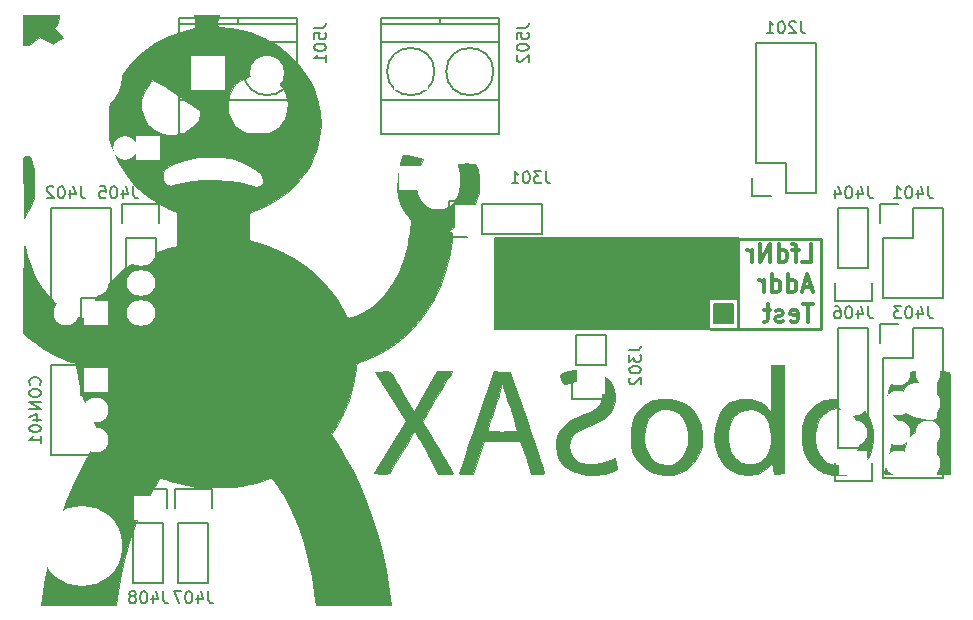
<source format=gbo>
G04 #@! TF.FileFunction,Legend,Bot*
%FSLAX46Y46*%
G04 Gerber Fmt 4.6, Leading zero omitted, Abs format (unit mm)*
G04 Created by KiCad (PCBNEW 4.0.7) date Monday, 16 October 2017 'PMt' 16:50:30*
%MOMM*%
%LPD*%
G01*
G04 APERTURE LIST*
%ADD10C,0.100000*%
%ADD11C,0.254000*%
%ADD12C,0.300000*%
%ADD13C,0.010000*%
%ADD14C,0.150000*%
%ADD15C,0.200000*%
%ADD16C,6.800000*%
%ADD17C,1.000000*%
%ADD18R,2.127200X2.127200*%
%ADD19O,2.127200X2.127200*%
%ADD20R,2.127200X2.432000*%
%ADD21O,2.127200X2.432000*%
%ADD22R,2.432000X2.432000*%
%ADD23O,2.432000X2.432000*%
%ADD24R,2.432000X2.127200*%
%ADD25O,2.432000X2.127200*%
%ADD26R,2.900000X2.900000*%
%ADD27C,2.900000*%
%ADD28C,2.400000*%
%ADD29C,2.000000*%
%ADD30O,2.000000X2.000000*%
%ADD31R,2.000000X2.000000*%
G04 APERTURE END LIST*
D10*
D11*
X177546000Y-101600000D02*
X177546000Y-93980000D01*
X168148000Y-101600000D02*
X177546000Y-101600000D01*
X177546000Y-93980000D02*
X170561000Y-93980000D01*
D12*
X175966571Y-95918571D02*
X176680857Y-95918571D01*
X176680857Y-94418571D01*
X175680857Y-94918571D02*
X175109428Y-94918571D01*
X175466571Y-95918571D02*
X175466571Y-94632857D01*
X175395143Y-94490000D01*
X175252285Y-94418571D01*
X175109428Y-94418571D01*
X173966571Y-95918571D02*
X173966571Y-94418571D01*
X173966571Y-95847143D02*
X174109428Y-95918571D01*
X174395142Y-95918571D01*
X174538000Y-95847143D01*
X174609428Y-95775714D01*
X174680857Y-95632857D01*
X174680857Y-95204286D01*
X174609428Y-95061429D01*
X174538000Y-94990000D01*
X174395142Y-94918571D01*
X174109428Y-94918571D01*
X173966571Y-94990000D01*
X173252285Y-95918571D02*
X173252285Y-94418571D01*
X172395142Y-95918571D01*
X172395142Y-94418571D01*
X171680856Y-95918571D02*
X171680856Y-94918571D01*
X171680856Y-95204286D02*
X171609428Y-95061429D01*
X171537999Y-94990000D01*
X171395142Y-94918571D01*
X171252285Y-94918571D01*
X176752286Y-98040000D02*
X176038000Y-98040000D01*
X176895143Y-98468571D02*
X176395143Y-96968571D01*
X175895143Y-98468571D01*
X174752286Y-98468571D02*
X174752286Y-96968571D01*
X174752286Y-98397143D02*
X174895143Y-98468571D01*
X175180857Y-98468571D01*
X175323715Y-98397143D01*
X175395143Y-98325714D01*
X175466572Y-98182857D01*
X175466572Y-97754286D01*
X175395143Y-97611429D01*
X175323715Y-97540000D01*
X175180857Y-97468571D01*
X174895143Y-97468571D01*
X174752286Y-97540000D01*
X173395143Y-98468571D02*
X173395143Y-96968571D01*
X173395143Y-98397143D02*
X173538000Y-98468571D01*
X173823714Y-98468571D01*
X173966572Y-98397143D01*
X174038000Y-98325714D01*
X174109429Y-98182857D01*
X174109429Y-97754286D01*
X174038000Y-97611429D01*
X173966572Y-97540000D01*
X173823714Y-97468571D01*
X173538000Y-97468571D01*
X173395143Y-97540000D01*
X172680857Y-98468571D02*
X172680857Y-97468571D01*
X172680857Y-97754286D02*
X172609429Y-97611429D01*
X172538000Y-97540000D01*
X172395143Y-97468571D01*
X172252286Y-97468571D01*
X176895143Y-99518571D02*
X176038000Y-99518571D01*
X176466571Y-101018571D02*
X176466571Y-99518571D01*
X174966572Y-100947143D02*
X175109429Y-101018571D01*
X175395143Y-101018571D01*
X175538000Y-100947143D01*
X175609429Y-100804286D01*
X175609429Y-100232857D01*
X175538000Y-100090000D01*
X175395143Y-100018571D01*
X175109429Y-100018571D01*
X174966572Y-100090000D01*
X174895143Y-100232857D01*
X174895143Y-100375714D01*
X175609429Y-100518571D01*
X174323715Y-100947143D02*
X174180858Y-101018571D01*
X173895143Y-101018571D01*
X173752286Y-100947143D01*
X173680858Y-100804286D01*
X173680858Y-100732857D01*
X173752286Y-100590000D01*
X173895143Y-100518571D01*
X174109429Y-100518571D01*
X174252286Y-100447143D01*
X174323715Y-100304286D01*
X174323715Y-100232857D01*
X174252286Y-100090000D01*
X174109429Y-100018571D01*
X173895143Y-100018571D01*
X173752286Y-100090000D01*
X173252286Y-100018571D02*
X172680857Y-100018571D01*
X173038000Y-99518571D02*
X173038000Y-100804286D01*
X172966572Y-100947143D01*
X172823714Y-101018571D01*
X172680857Y-101018571D01*
D13*
G36*
X124511754Y-75566762D02*
X124538008Y-76133525D01*
X123644004Y-76369302D01*
X122357441Y-76804526D01*
X121182252Y-77397907D01*
X120128895Y-78140233D01*
X119207830Y-79022294D01*
X118429518Y-80034877D01*
X117804416Y-81168772D01*
X117577476Y-81711972D01*
X117453895Y-82047299D01*
X117367148Y-82325439D01*
X117310588Y-82594541D01*
X117277567Y-82902753D01*
X117261439Y-83298222D01*
X117255557Y-83829098D01*
X117254707Y-84050000D01*
X117256479Y-84663791D01*
X117269489Y-85124933D01*
X117298627Y-85480676D01*
X117348786Y-85778269D01*
X117424860Y-86064962D01*
X117481609Y-86241366D01*
X117987006Y-87443151D01*
X118657648Y-88538739D01*
X119482359Y-89516148D01*
X120449965Y-90363392D01*
X121549289Y-91068490D01*
X122337376Y-91448384D01*
X123000000Y-91730003D01*
X123000000Y-94596189D01*
X122725000Y-94655031D01*
X122243637Y-94783918D01*
X121650164Y-94981420D01*
X121009422Y-95222935D01*
X120386252Y-95483865D01*
X119845492Y-95739607D01*
X119788542Y-95769134D01*
X118632236Y-96484000D01*
X117587420Y-97349736D01*
X116675257Y-98344906D01*
X115916912Y-99448075D01*
X115626086Y-99984828D01*
X115442722Y-100345337D01*
X115313068Y-100559763D01*
X115202866Y-100661638D01*
X115077854Y-100684491D01*
X114929999Y-100666125D01*
X114380613Y-100503164D01*
X113770045Y-100195195D01*
X113141210Y-99767984D01*
X112537020Y-99247297D01*
X112489363Y-99200727D01*
X112014304Y-98698219D01*
X111609642Y-98187170D01*
X111258493Y-97634792D01*
X110943968Y-97008297D01*
X110649183Y-96274897D01*
X110357250Y-95401806D01*
X110119884Y-94600000D01*
X110092674Y-94570965D01*
X110069728Y-94695858D01*
X110050817Y-94982097D01*
X110035709Y-95437105D01*
X110024173Y-96068301D01*
X110015978Y-96883107D01*
X110010892Y-97888942D01*
X110010209Y-98120689D01*
X110000000Y-101991379D01*
X110675000Y-102533615D01*
X111072861Y-102840990D01*
X111497001Y-103149443D01*
X111862999Y-103397799D01*
X111900000Y-103421285D01*
X112221260Y-103604741D01*
X112623326Y-103808325D01*
X113057823Y-104010656D01*
X113476372Y-104190355D01*
X113830597Y-104326041D01*
X114072121Y-104396335D01*
X114118049Y-104401531D01*
X114272333Y-104432304D01*
X114389747Y-104540654D01*
X114483184Y-104756785D01*
X114565536Y-105110904D01*
X114649696Y-105633218D01*
X114652740Y-105654276D01*
X114910457Y-106956543D01*
X115298975Y-108142995D01*
X115836915Y-109263391D01*
X116265683Y-109964937D01*
X116606090Y-110479875D01*
X116013536Y-111420429D01*
X115129794Y-112950505D01*
X114304700Y-114632760D01*
X113556992Y-116423395D01*
X112905405Y-118278610D01*
X112514402Y-119600000D01*
X112397548Y-120064133D01*
X112263502Y-120653600D01*
X112121984Y-121319337D01*
X111982713Y-122012283D01*
X111855410Y-122683374D01*
X111749794Y-123283550D01*
X111675585Y-123763747D01*
X111652609Y-123950000D01*
X111610454Y-124314903D01*
X111567808Y-124627943D01*
X111542836Y-124775000D01*
X111496190Y-125000000D01*
X117876956Y-125000000D01*
X117945307Y-124425000D01*
X118187871Y-122809753D01*
X118525080Y-121210736D01*
X118945095Y-119670242D01*
X119436077Y-118230567D01*
X119986186Y-116934006D01*
X120117404Y-116665319D01*
X120349602Y-116221729D01*
X120612125Y-115750747D01*
X120882828Y-115288693D01*
X121139566Y-114871890D01*
X121360195Y-114536662D01*
X121522570Y-114319329D01*
X121583868Y-114259970D01*
X121704571Y-114268970D01*
X121961983Y-114330604D01*
X122303819Y-114432075D01*
X122356196Y-114448979D01*
X123158346Y-114689068D01*
X123898708Y-114858370D01*
X124642947Y-114966579D01*
X125456731Y-115023388D01*
X126350000Y-115038582D01*
X127185718Y-115026483D01*
X127862130Y-114989671D01*
X128418735Y-114925274D01*
X128750000Y-114864034D01*
X129202005Y-114757957D01*
X129704780Y-114627190D01*
X130199261Y-114488408D01*
X130626385Y-114358286D01*
X130927089Y-114253502D01*
X130959558Y-114240187D01*
X131064883Y-114297255D01*
X131246440Y-114500519D01*
X131483945Y-114821007D01*
X131757116Y-115229743D01*
X132045670Y-115697753D01*
X132329325Y-116196064D01*
X132331468Y-116200000D01*
X132843755Y-117254765D01*
X133322907Y-118461844D01*
X133755006Y-119774479D01*
X134126134Y-121145907D01*
X134422372Y-122529369D01*
X134629801Y-123878105D01*
X134638316Y-123950000D01*
X134754801Y-124950000D01*
X137956897Y-124976358D01*
X141158994Y-125002716D01*
X140988646Y-123826358D01*
X140698956Y-122060462D01*
X140356185Y-120430756D01*
X139944303Y-118876888D01*
X139447283Y-117338512D01*
X138849097Y-115755277D01*
X138837295Y-115725971D01*
X138487068Y-114880105D01*
X138160524Y-114148949D01*
X137825532Y-113468286D01*
X137449963Y-112773896D01*
X137001686Y-112001559D01*
X136832550Y-111719014D01*
X136091446Y-110488029D01*
X136489390Y-109892104D01*
X137107509Y-108807676D01*
X137599171Y-107613973D01*
X137942440Y-106372236D01*
X138092346Y-105416859D01*
X138140881Y-105025992D01*
X138196196Y-104714447D01*
X138248546Y-104533788D01*
X138263426Y-104511750D01*
X138399964Y-104442712D01*
X138662215Y-104338940D01*
X138900000Y-104254862D01*
X140083765Y-103754257D01*
X141225444Y-103070155D01*
X142301052Y-102218237D01*
X142896207Y-101641942D01*
X143850678Y-100505292D01*
X144668144Y-99230706D01*
X145339730Y-97833813D01*
X145798343Y-96531500D01*
X145909952Y-96114439D01*
X146021029Y-95627329D01*
X146124913Y-95109706D01*
X146214941Y-94601103D01*
X146284450Y-94141056D01*
X146326779Y-93769097D01*
X146335265Y-93524761D01*
X146317499Y-93450832D01*
X146189399Y-93411520D01*
X146008334Y-93397444D01*
X145909014Y-93378332D01*
X145955422Y-93315840D01*
X146162656Y-93197272D01*
X146367667Y-93095294D01*
X147069805Y-92644950D01*
X147669185Y-92030207D01*
X148154995Y-91264277D01*
X148458644Y-90539716D01*
X148550660Y-90143178D01*
X148597700Y-89665221D01*
X148602907Y-89152268D01*
X148569429Y-88650743D01*
X148500409Y-88207067D01*
X148398994Y-87867664D01*
X148268329Y-87678957D01*
X148264651Y-87676531D01*
X148107021Y-87634090D01*
X147835536Y-87609848D01*
X147509935Y-87603112D01*
X147189958Y-87613190D01*
X146935344Y-87639391D01*
X146805833Y-87681024D01*
X146800000Y-87693490D01*
X146833675Y-87846992D01*
X146909849Y-88068490D01*
X146994436Y-88447980D01*
X147018612Y-88940979D01*
X146986192Y-89471589D01*
X146900987Y-89963910D01*
X146798964Y-90275633D01*
X146483926Y-90837374D01*
X146106121Y-91218617D01*
X145644631Y-91434440D01*
X145100000Y-91500000D01*
X144541573Y-91429435D01*
X144082049Y-91206705D01*
X143696452Y-90815259D01*
X143440224Y-90400000D01*
X143333912Y-90118637D01*
X143274426Y-89745982D01*
X143253690Y-89230116D01*
X143253527Y-89200000D01*
X143258838Y-88761540D01*
X143289860Y-88450683D01*
X143362676Y-88195264D01*
X143493369Y-87923118D01*
X143568016Y-87788889D01*
X143886032Y-87227779D01*
X143165961Y-87069556D01*
X142789258Y-86983262D01*
X142475547Y-86905069D01*
X142288894Y-86851001D01*
X142282127Y-86848490D01*
X142152489Y-86896517D01*
X142025291Y-87130903D01*
X141904574Y-87538016D01*
X141794381Y-88104223D01*
X141698752Y-88815889D01*
X141698644Y-88816857D01*
X141657531Y-89695578D01*
X141753579Y-90463561D01*
X141998390Y-91165744D01*
X142403562Y-91847061D01*
X142522374Y-92007788D01*
X142644141Y-92161810D01*
X142733522Y-92283246D01*
X142790783Y-92402784D01*
X142816190Y-92551115D01*
X142810007Y-92758928D01*
X142772500Y-93056914D01*
X142703934Y-93475761D01*
X142604574Y-94046160D01*
X142543045Y-94400000D01*
X142256354Y-95652831D01*
X141847407Y-96765986D01*
X141301993Y-97768092D01*
X140605900Y-98687779D01*
X140197303Y-99125263D01*
X139496707Y-99760702D01*
X138824941Y-100222231D01*
X138153344Y-100527502D01*
X137729735Y-100644909D01*
X137568644Y-100671524D01*
X137450640Y-100646109D01*
X137341767Y-100535960D01*
X137208068Y-100308369D01*
X137041369Y-99981905D01*
X136547467Y-99106961D01*
X135976162Y-98312828D01*
X135280766Y-97537456D01*
X134974635Y-97235179D01*
X134009264Y-96391289D01*
X133006846Y-95689182D01*
X131920590Y-95101242D01*
X130703706Y-94599859D01*
X130236969Y-94439283D01*
X129100000Y-94065290D01*
X129100000Y-92929506D01*
X129103449Y-92431503D01*
X129117222Y-92098424D01*
X129146459Y-91895261D01*
X129196301Y-91787006D01*
X129271888Y-91738650D01*
X129275000Y-91737633D01*
X130379897Y-91294344D01*
X131432636Y-90699585D01*
X132395701Y-89980557D01*
X133231578Y-89164460D01*
X133387758Y-88965733D01*
X130312440Y-88965733D01*
X130287074Y-89253054D01*
X130145457Y-89458184D01*
X130075000Y-89496883D01*
X129927744Y-89554995D01*
X129811715Y-89579648D01*
X129670724Y-89565305D01*
X129448581Y-89506428D01*
X129100000Y-89400796D01*
X128287178Y-89211549D01*
X127344186Y-89087603D01*
X126330428Y-89030519D01*
X125305304Y-89041856D01*
X124328218Y-89123175D01*
X123550000Y-89255035D01*
X123022297Y-89370650D01*
X122653201Y-89443471D01*
X122406247Y-89474829D01*
X122244973Y-89466057D01*
X122132914Y-89418486D01*
X122033606Y-89333451D01*
X122011258Y-89311257D01*
X121845718Y-89023276D01*
X121796208Y-88662076D01*
X121863807Y-88312185D01*
X121995851Y-88104149D01*
X122364065Y-87831831D01*
X122921285Y-87564185D01*
X123672922Y-87298626D01*
X123700000Y-87290210D01*
X124037366Y-87194321D01*
X124354375Y-87128965D01*
X124702195Y-87088880D01*
X125131991Y-87068807D01*
X125694928Y-87063482D01*
X125900000Y-87063985D01*
X126498055Y-87070087D01*
X126946918Y-87086761D01*
X127297349Y-87120171D01*
X127600108Y-87176480D01*
X127905956Y-87261853D01*
X128125807Y-87334265D01*
X129022306Y-87703620D01*
X129737873Y-88140614D01*
X130025000Y-88380771D01*
X130224200Y-88655285D01*
X130312440Y-88965733D01*
X133387758Y-88965733D01*
X133771698Y-88477200D01*
X134066930Y-88041955D01*
X134277226Y-87710055D01*
X134434039Y-87422200D01*
X134568823Y-87119091D01*
X134713032Y-86741427D01*
X134758405Y-86616941D01*
X135071055Y-85479014D01*
X135193366Y-84340487D01*
X135134401Y-83216194D01*
X134973906Y-82455829D01*
X132399713Y-82455829D01*
X132364620Y-83133873D01*
X132155475Y-83798583D01*
X131777410Y-84408605D01*
X131590391Y-84578883D01*
X131298409Y-84785465D01*
X130977556Y-84979689D01*
X130703923Y-85112892D01*
X130644574Y-85133073D01*
X130452060Y-85156746D01*
X130127000Y-85167397D01*
X129736546Y-85162986D01*
X129700000Y-85161763D01*
X129251688Y-85130981D01*
X128927543Y-85064286D01*
X128652497Y-84943215D01*
X128541710Y-84876882D01*
X127967129Y-84417125D01*
X127573115Y-83874491D01*
X127439636Y-83487427D01*
X124988559Y-83487427D01*
X124875493Y-83849435D01*
X124856474Y-83887481D01*
X124647775Y-84179419D01*
X124328923Y-84506403D01*
X123965921Y-84808773D01*
X123624772Y-85026866D01*
X123564466Y-85055342D01*
X123226373Y-85143498D01*
X122773364Y-85186778D01*
X122285489Y-85184894D01*
X121842797Y-85137561D01*
X121564516Y-85062509D01*
X120985479Y-84717566D01*
X120518008Y-84233027D01*
X120183073Y-83647350D01*
X120001643Y-82998997D01*
X119994688Y-82326427D01*
X120011928Y-82214878D01*
X120125385Y-81810419D01*
X120308687Y-81394192D01*
X120531833Y-81016443D01*
X120764828Y-80727420D01*
X120977673Y-80577370D01*
X120992067Y-80573099D01*
X121117939Y-80587776D01*
X121333319Y-80683328D01*
X121654162Y-80869226D01*
X122096421Y-81154941D01*
X122676051Y-81549944D01*
X122899545Y-81705439D01*
X123422692Y-82069308D01*
X123900375Y-82398664D01*
X124304629Y-82674454D01*
X124607488Y-82877628D01*
X124780984Y-82989134D01*
X124799343Y-82999648D01*
X124962277Y-83190212D01*
X124988559Y-83487427D01*
X127439636Y-83487427D01*
X127353742Y-83238355D01*
X127300000Y-82650499D01*
X127389469Y-81932691D01*
X127645814Y-81308569D01*
X128050947Y-80795744D01*
X128586779Y-80411825D01*
X129235220Y-80174422D01*
X129919283Y-80100557D01*
X130552424Y-80166656D01*
X131089599Y-80377856D01*
X131485534Y-80660816D01*
X131957685Y-81187389D01*
X132263239Y-81796364D01*
X132399713Y-82455829D01*
X134973906Y-82455829D01*
X134903224Y-82120967D01*
X134508900Y-81069637D01*
X133960493Y-80077037D01*
X133267067Y-79157998D01*
X132437686Y-78327353D01*
X131481415Y-77599934D01*
X130407316Y-76990572D01*
X129224456Y-76514100D01*
X128450000Y-76294230D01*
X128014655Y-76201050D01*
X127599328Y-76131993D01*
X127284371Y-76100109D01*
X127250000Y-76099335D01*
X126832469Y-76081570D01*
X126576584Y-76018853D01*
X126445305Y-75889132D01*
X126401594Y-75670358D01*
X126400000Y-75593305D01*
X126448938Y-75263720D01*
X126575000Y-75108009D01*
X126594874Y-75061561D01*
X126458764Y-75029649D01*
X126152425Y-75010712D01*
X125661617Y-75003186D01*
X125617750Y-75003040D01*
X124485500Y-75000000D01*
X124511754Y-75566762D01*
X124511754Y-75566762D01*
G37*
X124511754Y-75566762D02*
X124538008Y-76133525D01*
X123644004Y-76369302D01*
X122357441Y-76804526D01*
X121182252Y-77397907D01*
X120128895Y-78140233D01*
X119207830Y-79022294D01*
X118429518Y-80034877D01*
X117804416Y-81168772D01*
X117577476Y-81711972D01*
X117453895Y-82047299D01*
X117367148Y-82325439D01*
X117310588Y-82594541D01*
X117277567Y-82902753D01*
X117261439Y-83298222D01*
X117255557Y-83829098D01*
X117254707Y-84050000D01*
X117256479Y-84663791D01*
X117269489Y-85124933D01*
X117298627Y-85480676D01*
X117348786Y-85778269D01*
X117424860Y-86064962D01*
X117481609Y-86241366D01*
X117987006Y-87443151D01*
X118657648Y-88538739D01*
X119482359Y-89516148D01*
X120449965Y-90363392D01*
X121549289Y-91068490D01*
X122337376Y-91448384D01*
X123000000Y-91730003D01*
X123000000Y-94596189D01*
X122725000Y-94655031D01*
X122243637Y-94783918D01*
X121650164Y-94981420D01*
X121009422Y-95222935D01*
X120386252Y-95483865D01*
X119845492Y-95739607D01*
X119788542Y-95769134D01*
X118632236Y-96484000D01*
X117587420Y-97349736D01*
X116675257Y-98344906D01*
X115916912Y-99448075D01*
X115626086Y-99984828D01*
X115442722Y-100345337D01*
X115313068Y-100559763D01*
X115202866Y-100661638D01*
X115077854Y-100684491D01*
X114929999Y-100666125D01*
X114380613Y-100503164D01*
X113770045Y-100195195D01*
X113141210Y-99767984D01*
X112537020Y-99247297D01*
X112489363Y-99200727D01*
X112014304Y-98698219D01*
X111609642Y-98187170D01*
X111258493Y-97634792D01*
X110943968Y-97008297D01*
X110649183Y-96274897D01*
X110357250Y-95401806D01*
X110119884Y-94600000D01*
X110092674Y-94570965D01*
X110069728Y-94695858D01*
X110050817Y-94982097D01*
X110035709Y-95437105D01*
X110024173Y-96068301D01*
X110015978Y-96883107D01*
X110010892Y-97888942D01*
X110010209Y-98120689D01*
X110000000Y-101991379D01*
X110675000Y-102533615D01*
X111072861Y-102840990D01*
X111497001Y-103149443D01*
X111862999Y-103397799D01*
X111900000Y-103421285D01*
X112221260Y-103604741D01*
X112623326Y-103808325D01*
X113057823Y-104010656D01*
X113476372Y-104190355D01*
X113830597Y-104326041D01*
X114072121Y-104396335D01*
X114118049Y-104401531D01*
X114272333Y-104432304D01*
X114389747Y-104540654D01*
X114483184Y-104756785D01*
X114565536Y-105110904D01*
X114649696Y-105633218D01*
X114652740Y-105654276D01*
X114910457Y-106956543D01*
X115298975Y-108142995D01*
X115836915Y-109263391D01*
X116265683Y-109964937D01*
X116606090Y-110479875D01*
X116013536Y-111420429D01*
X115129794Y-112950505D01*
X114304700Y-114632760D01*
X113556992Y-116423395D01*
X112905405Y-118278610D01*
X112514402Y-119600000D01*
X112397548Y-120064133D01*
X112263502Y-120653600D01*
X112121984Y-121319337D01*
X111982713Y-122012283D01*
X111855410Y-122683374D01*
X111749794Y-123283550D01*
X111675585Y-123763747D01*
X111652609Y-123950000D01*
X111610454Y-124314903D01*
X111567808Y-124627943D01*
X111542836Y-124775000D01*
X111496190Y-125000000D01*
X117876956Y-125000000D01*
X117945307Y-124425000D01*
X118187871Y-122809753D01*
X118525080Y-121210736D01*
X118945095Y-119670242D01*
X119436077Y-118230567D01*
X119986186Y-116934006D01*
X120117404Y-116665319D01*
X120349602Y-116221729D01*
X120612125Y-115750747D01*
X120882828Y-115288693D01*
X121139566Y-114871890D01*
X121360195Y-114536662D01*
X121522570Y-114319329D01*
X121583868Y-114259970D01*
X121704571Y-114268970D01*
X121961983Y-114330604D01*
X122303819Y-114432075D01*
X122356196Y-114448979D01*
X123158346Y-114689068D01*
X123898708Y-114858370D01*
X124642947Y-114966579D01*
X125456731Y-115023388D01*
X126350000Y-115038582D01*
X127185718Y-115026483D01*
X127862130Y-114989671D01*
X128418735Y-114925274D01*
X128750000Y-114864034D01*
X129202005Y-114757957D01*
X129704780Y-114627190D01*
X130199261Y-114488408D01*
X130626385Y-114358286D01*
X130927089Y-114253502D01*
X130959558Y-114240187D01*
X131064883Y-114297255D01*
X131246440Y-114500519D01*
X131483945Y-114821007D01*
X131757116Y-115229743D01*
X132045670Y-115697753D01*
X132329325Y-116196064D01*
X132331468Y-116200000D01*
X132843755Y-117254765D01*
X133322907Y-118461844D01*
X133755006Y-119774479D01*
X134126134Y-121145907D01*
X134422372Y-122529369D01*
X134629801Y-123878105D01*
X134638316Y-123950000D01*
X134754801Y-124950000D01*
X137956897Y-124976358D01*
X141158994Y-125002716D01*
X140988646Y-123826358D01*
X140698956Y-122060462D01*
X140356185Y-120430756D01*
X139944303Y-118876888D01*
X139447283Y-117338512D01*
X138849097Y-115755277D01*
X138837295Y-115725971D01*
X138487068Y-114880105D01*
X138160524Y-114148949D01*
X137825532Y-113468286D01*
X137449963Y-112773896D01*
X137001686Y-112001559D01*
X136832550Y-111719014D01*
X136091446Y-110488029D01*
X136489390Y-109892104D01*
X137107509Y-108807676D01*
X137599171Y-107613973D01*
X137942440Y-106372236D01*
X138092346Y-105416859D01*
X138140881Y-105025992D01*
X138196196Y-104714447D01*
X138248546Y-104533788D01*
X138263426Y-104511750D01*
X138399964Y-104442712D01*
X138662215Y-104338940D01*
X138900000Y-104254862D01*
X140083765Y-103754257D01*
X141225444Y-103070155D01*
X142301052Y-102218237D01*
X142896207Y-101641942D01*
X143850678Y-100505292D01*
X144668144Y-99230706D01*
X145339730Y-97833813D01*
X145798343Y-96531500D01*
X145909952Y-96114439D01*
X146021029Y-95627329D01*
X146124913Y-95109706D01*
X146214941Y-94601103D01*
X146284450Y-94141056D01*
X146326779Y-93769097D01*
X146335265Y-93524761D01*
X146317499Y-93450832D01*
X146189399Y-93411520D01*
X146008334Y-93397444D01*
X145909014Y-93378332D01*
X145955422Y-93315840D01*
X146162656Y-93197272D01*
X146367667Y-93095294D01*
X147069805Y-92644950D01*
X147669185Y-92030207D01*
X148154995Y-91264277D01*
X148458644Y-90539716D01*
X148550660Y-90143178D01*
X148597700Y-89665221D01*
X148602907Y-89152268D01*
X148569429Y-88650743D01*
X148500409Y-88207067D01*
X148398994Y-87867664D01*
X148268329Y-87678957D01*
X148264651Y-87676531D01*
X148107021Y-87634090D01*
X147835536Y-87609848D01*
X147509935Y-87603112D01*
X147189958Y-87613190D01*
X146935344Y-87639391D01*
X146805833Y-87681024D01*
X146800000Y-87693490D01*
X146833675Y-87846992D01*
X146909849Y-88068490D01*
X146994436Y-88447980D01*
X147018612Y-88940979D01*
X146986192Y-89471589D01*
X146900987Y-89963910D01*
X146798964Y-90275633D01*
X146483926Y-90837374D01*
X146106121Y-91218617D01*
X145644631Y-91434440D01*
X145100000Y-91500000D01*
X144541573Y-91429435D01*
X144082049Y-91206705D01*
X143696452Y-90815259D01*
X143440224Y-90400000D01*
X143333912Y-90118637D01*
X143274426Y-89745982D01*
X143253690Y-89230116D01*
X143253527Y-89200000D01*
X143258838Y-88761540D01*
X143289860Y-88450683D01*
X143362676Y-88195264D01*
X143493369Y-87923118D01*
X143568016Y-87788889D01*
X143886032Y-87227779D01*
X143165961Y-87069556D01*
X142789258Y-86983262D01*
X142475547Y-86905069D01*
X142288894Y-86851001D01*
X142282127Y-86848490D01*
X142152489Y-86896517D01*
X142025291Y-87130903D01*
X141904574Y-87538016D01*
X141794381Y-88104223D01*
X141698752Y-88815889D01*
X141698644Y-88816857D01*
X141657531Y-89695578D01*
X141753579Y-90463561D01*
X141998390Y-91165744D01*
X142403562Y-91847061D01*
X142522374Y-92007788D01*
X142644141Y-92161810D01*
X142733522Y-92283246D01*
X142790783Y-92402784D01*
X142816190Y-92551115D01*
X142810007Y-92758928D01*
X142772500Y-93056914D01*
X142703934Y-93475761D01*
X142604574Y-94046160D01*
X142543045Y-94400000D01*
X142256354Y-95652831D01*
X141847407Y-96765986D01*
X141301993Y-97768092D01*
X140605900Y-98687779D01*
X140197303Y-99125263D01*
X139496707Y-99760702D01*
X138824941Y-100222231D01*
X138153344Y-100527502D01*
X137729735Y-100644909D01*
X137568644Y-100671524D01*
X137450640Y-100646109D01*
X137341767Y-100535960D01*
X137208068Y-100308369D01*
X137041369Y-99981905D01*
X136547467Y-99106961D01*
X135976162Y-98312828D01*
X135280766Y-97537456D01*
X134974635Y-97235179D01*
X134009264Y-96391289D01*
X133006846Y-95689182D01*
X131920590Y-95101242D01*
X130703706Y-94599859D01*
X130236969Y-94439283D01*
X129100000Y-94065290D01*
X129100000Y-92929506D01*
X129103449Y-92431503D01*
X129117222Y-92098424D01*
X129146459Y-91895261D01*
X129196301Y-91787006D01*
X129271888Y-91738650D01*
X129275000Y-91737633D01*
X130379897Y-91294344D01*
X131432636Y-90699585D01*
X132395701Y-89980557D01*
X133231578Y-89164460D01*
X133387758Y-88965733D01*
X130312440Y-88965733D01*
X130287074Y-89253054D01*
X130145457Y-89458184D01*
X130075000Y-89496883D01*
X129927744Y-89554995D01*
X129811715Y-89579648D01*
X129670724Y-89565305D01*
X129448581Y-89506428D01*
X129100000Y-89400796D01*
X128287178Y-89211549D01*
X127344186Y-89087603D01*
X126330428Y-89030519D01*
X125305304Y-89041856D01*
X124328218Y-89123175D01*
X123550000Y-89255035D01*
X123022297Y-89370650D01*
X122653201Y-89443471D01*
X122406247Y-89474829D01*
X122244973Y-89466057D01*
X122132914Y-89418486D01*
X122033606Y-89333451D01*
X122011258Y-89311257D01*
X121845718Y-89023276D01*
X121796208Y-88662076D01*
X121863807Y-88312185D01*
X121995851Y-88104149D01*
X122364065Y-87831831D01*
X122921285Y-87564185D01*
X123672922Y-87298626D01*
X123700000Y-87290210D01*
X124037366Y-87194321D01*
X124354375Y-87128965D01*
X124702195Y-87088880D01*
X125131991Y-87068807D01*
X125694928Y-87063482D01*
X125900000Y-87063985D01*
X126498055Y-87070087D01*
X126946918Y-87086761D01*
X127297349Y-87120171D01*
X127600108Y-87176480D01*
X127905956Y-87261853D01*
X128125807Y-87334265D01*
X129022306Y-87703620D01*
X129737873Y-88140614D01*
X130025000Y-88380771D01*
X130224200Y-88655285D01*
X130312440Y-88965733D01*
X133387758Y-88965733D01*
X133771698Y-88477200D01*
X134066930Y-88041955D01*
X134277226Y-87710055D01*
X134434039Y-87422200D01*
X134568823Y-87119091D01*
X134713032Y-86741427D01*
X134758405Y-86616941D01*
X135071055Y-85479014D01*
X135193366Y-84340487D01*
X135134401Y-83216194D01*
X134973906Y-82455829D01*
X132399713Y-82455829D01*
X132364620Y-83133873D01*
X132155475Y-83798583D01*
X131777410Y-84408605D01*
X131590391Y-84578883D01*
X131298409Y-84785465D01*
X130977556Y-84979689D01*
X130703923Y-85112892D01*
X130644574Y-85133073D01*
X130452060Y-85156746D01*
X130127000Y-85167397D01*
X129736546Y-85162986D01*
X129700000Y-85161763D01*
X129251688Y-85130981D01*
X128927543Y-85064286D01*
X128652497Y-84943215D01*
X128541710Y-84876882D01*
X127967129Y-84417125D01*
X127573115Y-83874491D01*
X127439636Y-83487427D01*
X124988559Y-83487427D01*
X124875493Y-83849435D01*
X124856474Y-83887481D01*
X124647775Y-84179419D01*
X124328923Y-84506403D01*
X123965921Y-84808773D01*
X123624772Y-85026866D01*
X123564466Y-85055342D01*
X123226373Y-85143498D01*
X122773364Y-85186778D01*
X122285489Y-85184894D01*
X121842797Y-85137561D01*
X121564516Y-85062509D01*
X120985479Y-84717566D01*
X120518008Y-84233027D01*
X120183073Y-83647350D01*
X120001643Y-82998997D01*
X119994688Y-82326427D01*
X120011928Y-82214878D01*
X120125385Y-81810419D01*
X120308687Y-81394192D01*
X120531833Y-81016443D01*
X120764828Y-80727420D01*
X120977673Y-80577370D01*
X120992067Y-80573099D01*
X121117939Y-80587776D01*
X121333319Y-80683328D01*
X121654162Y-80869226D01*
X122096421Y-81154941D01*
X122676051Y-81549944D01*
X122899545Y-81705439D01*
X123422692Y-82069308D01*
X123900375Y-82398664D01*
X124304629Y-82674454D01*
X124607488Y-82877628D01*
X124780984Y-82989134D01*
X124799343Y-82999648D01*
X124962277Y-83190212D01*
X124988559Y-83487427D01*
X127439636Y-83487427D01*
X127353742Y-83238355D01*
X127300000Y-82650499D01*
X127389469Y-81932691D01*
X127645814Y-81308569D01*
X128050947Y-80795744D01*
X128586779Y-80411825D01*
X129235220Y-80174422D01*
X129919283Y-80100557D01*
X130552424Y-80166656D01*
X131089599Y-80377856D01*
X131485534Y-80660816D01*
X131957685Y-81187389D01*
X132263239Y-81796364D01*
X132399713Y-82455829D01*
X134973906Y-82455829D01*
X134903224Y-82120967D01*
X134508900Y-81069637D01*
X133960493Y-80077037D01*
X133267067Y-79157998D01*
X132437686Y-78327353D01*
X131481415Y-77599934D01*
X130407316Y-76990572D01*
X129224456Y-76514100D01*
X128450000Y-76294230D01*
X128014655Y-76201050D01*
X127599328Y-76131993D01*
X127284371Y-76100109D01*
X127250000Y-76099335D01*
X126832469Y-76081570D01*
X126576584Y-76018853D01*
X126445305Y-75889132D01*
X126401594Y-75670358D01*
X126400000Y-75593305D01*
X126448938Y-75263720D01*
X126575000Y-75108009D01*
X126594874Y-75061561D01*
X126458764Y-75029649D01*
X126152425Y-75010712D01*
X125661617Y-75003186D01*
X125617750Y-75003040D01*
X124485500Y-75000000D01*
X124511754Y-75566762D01*
G36*
X178597539Y-107523387D02*
X177836502Y-107667957D01*
X177181108Y-107980696D01*
X176641359Y-108454122D01*
X176227258Y-109080754D01*
X176088595Y-109400000D01*
X175957570Y-109922550D01*
X175903359Y-110540499D01*
X175923486Y-111184172D01*
X176015473Y-111783893D01*
X176176841Y-112269985D01*
X176191713Y-112300000D01*
X176628496Y-112963653D01*
X177175166Y-113460220D01*
X177830866Y-113789153D01*
X178594741Y-113949906D01*
X178800000Y-113963650D01*
X179203484Y-113968113D01*
X179558023Y-113950729D01*
X179790734Y-113915235D01*
X179800000Y-113912360D01*
X180487839Y-113613572D01*
X181026319Y-113205591D01*
X181450133Y-112657481D01*
X181662334Y-112251723D01*
X181815194Y-111873438D01*
X181900192Y-111521208D01*
X181935220Y-111104669D01*
X181939556Y-110851723D01*
X181936164Y-110776554D01*
X180801323Y-110776554D01*
X180737231Y-111418983D01*
X180559171Y-112005072D01*
X180268275Y-112483414D01*
X180221116Y-112536192D01*
X179741925Y-112920362D01*
X179211537Y-113120240D01*
X178654781Y-113131084D01*
X178096486Y-112948154D01*
X178087532Y-112943552D01*
X177676012Y-112624560D01*
X177363402Y-112169807D01*
X177152864Y-111619121D01*
X177047559Y-111012332D01*
X177050649Y-110389270D01*
X177165295Y-109789764D01*
X177394661Y-109253644D01*
X177741907Y-108820739D01*
X177759036Y-108805480D01*
X178256174Y-108487885D01*
X178792132Y-108350636D01*
X179330578Y-108390588D01*
X179835180Y-108604595D01*
X180269605Y-108989511D01*
X180298464Y-109025333D01*
X180583072Y-109528319D01*
X180750314Y-110129196D01*
X180801323Y-110776554D01*
X181936164Y-110776554D01*
X181908107Y-110154939D01*
X181796919Y-109588979D01*
X181591202Y-109095510D01*
X181425330Y-108823349D01*
X180921536Y-108245020D01*
X180307301Y-107830279D01*
X179594842Y-107584743D01*
X178796377Y-107514027D01*
X178597539Y-107523387D01*
X178597539Y-107523387D01*
G37*
X178597539Y-107523387D02*
X177836502Y-107667957D01*
X177181108Y-107980696D01*
X176641359Y-108454122D01*
X176227258Y-109080754D01*
X176088595Y-109400000D01*
X175957570Y-109922550D01*
X175903359Y-110540499D01*
X175923486Y-111184172D01*
X176015473Y-111783893D01*
X176176841Y-112269985D01*
X176191713Y-112300000D01*
X176628496Y-112963653D01*
X177175166Y-113460220D01*
X177830866Y-113789153D01*
X178594741Y-113949906D01*
X178800000Y-113963650D01*
X179203484Y-113968113D01*
X179558023Y-113950729D01*
X179790734Y-113915235D01*
X179800000Y-113912360D01*
X180487839Y-113613572D01*
X181026319Y-113205591D01*
X181450133Y-112657481D01*
X181662334Y-112251723D01*
X181815194Y-111873438D01*
X181900192Y-111521208D01*
X181935220Y-111104669D01*
X181939556Y-110851723D01*
X181936164Y-110776554D01*
X180801323Y-110776554D01*
X180737231Y-111418983D01*
X180559171Y-112005072D01*
X180268275Y-112483414D01*
X180221116Y-112536192D01*
X179741925Y-112920362D01*
X179211537Y-113120240D01*
X178654781Y-113131084D01*
X178096486Y-112948154D01*
X178087532Y-112943552D01*
X177676012Y-112624560D01*
X177363402Y-112169807D01*
X177152864Y-111619121D01*
X177047559Y-111012332D01*
X177050649Y-110389270D01*
X177165295Y-109789764D01*
X177394661Y-109253644D01*
X177741907Y-108820739D01*
X177759036Y-108805480D01*
X178256174Y-108487885D01*
X178792132Y-108350636D01*
X179330578Y-108390588D01*
X179835180Y-108604595D01*
X180269605Y-108989511D01*
X180298464Y-109025333D01*
X180583072Y-109528319D01*
X180750314Y-110129196D01*
X180801323Y-110776554D01*
X181936164Y-110776554D01*
X181908107Y-110154939D01*
X181796919Y-109588979D01*
X181591202Y-109095510D01*
X181425330Y-108823349D01*
X180921536Y-108245020D01*
X180307301Y-107830279D01*
X179594842Y-107584743D01*
X178796377Y-107514027D01*
X178597539Y-107523387D01*
G36*
X173293664Y-108650000D02*
X173087637Y-108373826D01*
X172878226Y-108159936D01*
X172578425Y-107927880D01*
X172415805Y-107823826D01*
X172142662Y-107679951D01*
X171885435Y-107596862D01*
X171571282Y-107558802D01*
X171150000Y-107550000D01*
X170715452Y-107559410D01*
X170406733Y-107598512D01*
X170150124Y-107683614D01*
X169871902Y-107831025D01*
X169867241Y-107833762D01*
X169369038Y-108237012D01*
X168980730Y-108774386D01*
X168705322Y-109410968D01*
X168545817Y-110111842D01*
X168505223Y-110842092D01*
X168586542Y-111566801D01*
X168792781Y-112251055D01*
X169126943Y-112859935D01*
X169406206Y-113190820D01*
X169969569Y-113618270D01*
X170627008Y-113889824D01*
X171334721Y-113994466D01*
X172048903Y-113921177D01*
X172176684Y-113887685D01*
X172428263Y-113766120D01*
X172735652Y-113551041D01*
X172950645Y-113364841D01*
X173397924Y-112936273D01*
X173462499Y-113423062D01*
X173527074Y-113909852D01*
X173988537Y-113879926D01*
X174254773Y-113847953D01*
X174408545Y-113800632D01*
X174425000Y-113775000D01*
X174419841Y-113662494D01*
X174415040Y-113370391D01*
X174410711Y-112919097D01*
X174406964Y-112329013D01*
X174403910Y-111620544D01*
X174402744Y-111202038D01*
X173287192Y-111202038D01*
X173229143Y-111698106D01*
X173097405Y-112095779D01*
X172880783Y-112442517D01*
X172821365Y-112515794D01*
X172403370Y-112866277D01*
X171896514Y-113060125D01*
X171345873Y-113089230D01*
X170796523Y-112945486D01*
X170696128Y-112898024D01*
X170266795Y-112572181D01*
X169940247Y-112106861D01*
X169725041Y-111539000D01*
X169629737Y-110905534D01*
X169662891Y-110243396D01*
X169833063Y-109589524D01*
X169894702Y-109439153D01*
X170202685Y-108967166D01*
X170626887Y-108630159D01*
X171126932Y-108441394D01*
X171662441Y-108414131D01*
X172193035Y-108561630D01*
X172336991Y-108637089D01*
X172725273Y-108913328D01*
X172994578Y-109236900D01*
X173165300Y-109649272D01*
X173257831Y-110191910D01*
X173282749Y-110560118D01*
X173287192Y-111202038D01*
X174402744Y-111202038D01*
X174401662Y-110814094D01*
X174400331Y-109930065D01*
X174400000Y-109200000D01*
X174400000Y-104700000D01*
X173300000Y-104700000D01*
X173293664Y-108650000D01*
X173293664Y-108650000D01*
G37*
X173293664Y-108650000D02*
X173087637Y-108373826D01*
X172878226Y-108159936D01*
X172578425Y-107927880D01*
X172415805Y-107823826D01*
X172142662Y-107679951D01*
X171885435Y-107596862D01*
X171571282Y-107558802D01*
X171150000Y-107550000D01*
X170715452Y-107559410D01*
X170406733Y-107598512D01*
X170150124Y-107683614D01*
X169871902Y-107831025D01*
X169867241Y-107833762D01*
X169369038Y-108237012D01*
X168980730Y-108774386D01*
X168705322Y-109410968D01*
X168545817Y-110111842D01*
X168505223Y-110842092D01*
X168586542Y-111566801D01*
X168792781Y-112251055D01*
X169126943Y-112859935D01*
X169406206Y-113190820D01*
X169969569Y-113618270D01*
X170627008Y-113889824D01*
X171334721Y-113994466D01*
X172048903Y-113921177D01*
X172176684Y-113887685D01*
X172428263Y-113766120D01*
X172735652Y-113551041D01*
X172950645Y-113364841D01*
X173397924Y-112936273D01*
X173462499Y-113423062D01*
X173527074Y-113909852D01*
X173988537Y-113879926D01*
X174254773Y-113847953D01*
X174408545Y-113800632D01*
X174425000Y-113775000D01*
X174419841Y-113662494D01*
X174415040Y-113370391D01*
X174410711Y-112919097D01*
X174406964Y-112329013D01*
X174403910Y-111620544D01*
X174402744Y-111202038D01*
X173287192Y-111202038D01*
X173229143Y-111698106D01*
X173097405Y-112095779D01*
X172880783Y-112442517D01*
X172821365Y-112515794D01*
X172403370Y-112866277D01*
X171896514Y-113060125D01*
X171345873Y-113089230D01*
X170796523Y-112945486D01*
X170696128Y-112898024D01*
X170266795Y-112572181D01*
X169940247Y-112106861D01*
X169725041Y-111539000D01*
X169629737Y-110905534D01*
X169662891Y-110243396D01*
X169833063Y-109589524D01*
X169894702Y-109439153D01*
X170202685Y-108967166D01*
X170626887Y-108630159D01*
X171126932Y-108441394D01*
X171662441Y-108414131D01*
X172193035Y-108561630D01*
X172336991Y-108637089D01*
X172725273Y-108913328D01*
X172994578Y-109236900D01*
X173165300Y-109649272D01*
X173257831Y-110191910D01*
X173282749Y-110560118D01*
X173287192Y-111202038D01*
X174402744Y-111202038D01*
X174401662Y-110814094D01*
X174400331Y-109930065D01*
X174400000Y-109200000D01*
X174400000Y-104700000D01*
X173300000Y-104700000D01*
X173293664Y-108650000D01*
G36*
X163358783Y-107669812D02*
X162696864Y-107987810D01*
X162144365Y-108461382D01*
X161723908Y-109075084D01*
X161669569Y-109187054D01*
X161534216Y-109627224D01*
X161456298Y-110189835D01*
X161435944Y-110807605D01*
X161473285Y-111413253D01*
X161568449Y-111939499D01*
X161663733Y-112212240D01*
X162041713Y-112831637D01*
X162536869Y-113340143D01*
X163107449Y-113695181D01*
X163125836Y-113703251D01*
X163721970Y-113885944D01*
X164386481Y-113967483D01*
X165038110Y-113943445D01*
X165528877Y-113834052D01*
X166104161Y-113539669D01*
X166628879Y-113091138D01*
X167053303Y-112534310D01*
X167169385Y-112321443D01*
X167305042Y-112021873D01*
X167388707Y-111753884D01*
X167432508Y-111451293D01*
X167448576Y-111047917D01*
X167450000Y-110790249D01*
X167449373Y-110734184D01*
X166322223Y-110734184D01*
X166252003Y-111433089D01*
X166054945Y-112034952D01*
X165751447Y-112524557D01*
X165361910Y-112886685D01*
X164906735Y-113106120D01*
X164406321Y-113167644D01*
X163881068Y-113056040D01*
X163484850Y-112850720D01*
X163164978Y-112545682D01*
X162879422Y-112100437D01*
X162660023Y-111574764D01*
X162546340Y-111088720D01*
X162541236Y-110604716D01*
X162631422Y-110055051D01*
X162796283Y-109522640D01*
X163015203Y-109090396D01*
X163058057Y-109030548D01*
X163467515Y-108637377D01*
X163970651Y-108416760D01*
X164462700Y-108359759D01*
X165021572Y-108447870D01*
X165498967Y-108706114D01*
X165880596Y-109116246D01*
X166152172Y-109660022D01*
X166299408Y-110319199D01*
X166322223Y-110734184D01*
X167449373Y-110734184D01*
X167444813Y-110326757D01*
X167419524Y-109994586D01*
X167359540Y-109725130D01*
X167250271Y-109449784D01*
X167100000Y-109144683D01*
X166666092Y-108488340D01*
X166121190Y-107997651D01*
X165470194Y-107675272D01*
X164718002Y-107523859D01*
X164107497Y-107522832D01*
X163358783Y-107669812D01*
X163358783Y-107669812D01*
G37*
X163358783Y-107669812D02*
X162696864Y-107987810D01*
X162144365Y-108461382D01*
X161723908Y-109075084D01*
X161669569Y-109187054D01*
X161534216Y-109627224D01*
X161456298Y-110189835D01*
X161435944Y-110807605D01*
X161473285Y-111413253D01*
X161568449Y-111939499D01*
X161663733Y-112212240D01*
X162041713Y-112831637D01*
X162536869Y-113340143D01*
X163107449Y-113695181D01*
X163125836Y-113703251D01*
X163721970Y-113885944D01*
X164386481Y-113967483D01*
X165038110Y-113943445D01*
X165528877Y-113834052D01*
X166104161Y-113539669D01*
X166628879Y-113091138D01*
X167053303Y-112534310D01*
X167169385Y-112321443D01*
X167305042Y-112021873D01*
X167388707Y-111753884D01*
X167432508Y-111451293D01*
X167448576Y-111047917D01*
X167450000Y-110790249D01*
X167449373Y-110734184D01*
X166322223Y-110734184D01*
X166252003Y-111433089D01*
X166054945Y-112034952D01*
X165751447Y-112524557D01*
X165361910Y-112886685D01*
X164906735Y-113106120D01*
X164406321Y-113167644D01*
X163881068Y-113056040D01*
X163484850Y-112850720D01*
X163164978Y-112545682D01*
X162879422Y-112100437D01*
X162660023Y-111574764D01*
X162546340Y-111088720D01*
X162541236Y-110604716D01*
X162631422Y-110055051D01*
X162796283Y-109522640D01*
X163015203Y-109090396D01*
X163058057Y-109030548D01*
X163467515Y-108637377D01*
X163970651Y-108416760D01*
X164462700Y-108359759D01*
X165021572Y-108447870D01*
X165498967Y-108706114D01*
X165880596Y-109116246D01*
X166152172Y-109660022D01*
X166299408Y-110319199D01*
X166322223Y-110734184D01*
X167449373Y-110734184D01*
X167444813Y-110326757D01*
X167419524Y-109994586D01*
X167359540Y-109725130D01*
X167250271Y-109449784D01*
X167100000Y-109144683D01*
X166666092Y-108488340D01*
X166121190Y-107997651D01*
X165470194Y-107675272D01*
X164718002Y-107523859D01*
X164107497Y-107522832D01*
X163358783Y-107669812D01*
G36*
X156756162Y-105089431D02*
X156084912Y-105205160D01*
X155969643Y-105237048D01*
X155655308Y-105334438D01*
X155488970Y-105427108D01*
X155448410Y-105566959D01*
X155511407Y-105805891D01*
X155610878Y-106075000D01*
X155678516Y-106224414D01*
X155770131Y-106283344D01*
X155939695Y-106258367D01*
X156241181Y-106156060D01*
X156250000Y-106152883D01*
X156650451Y-106056855D01*
X157131467Y-106011094D01*
X157621671Y-106015532D01*
X158049689Y-106070100D01*
X158309389Y-106154854D01*
X158673894Y-106446960D01*
X158904868Y-106847074D01*
X158987667Y-107302378D01*
X158907651Y-107760054D01*
X158809928Y-107960477D01*
X158632035Y-108191464D01*
X158377911Y-108404007D01*
X158014803Y-108618864D01*
X157509954Y-108856794D01*
X157165179Y-109002876D01*
X156413285Y-109362483D01*
X155846188Y-109752001D01*
X155449057Y-110189143D01*
X155207060Y-110691616D01*
X155105367Y-111277131D01*
X155100000Y-111468940D01*
X155173535Y-112170320D01*
X155400796Y-112748506D01*
X155791764Y-113219366D01*
X156356425Y-113598768D01*
X156477751Y-113658795D01*
X157040812Y-113848613D01*
X157710227Y-113956670D01*
X158407406Y-113977329D01*
X159053757Y-113904957D01*
X159250000Y-113857581D01*
X159756569Y-113703449D01*
X160105672Y-113574755D01*
X160281551Y-113477665D01*
X160300000Y-113446757D01*
X160277575Y-113322315D01*
X160221110Y-113077434D01*
X160191882Y-112959185D01*
X160083763Y-112529806D01*
X159466882Y-112783514D01*
X158891887Y-112960874D01*
X158286676Y-113047309D01*
X157709039Y-113041388D01*
X157216766Y-112941681D01*
X157000340Y-112844593D01*
X156563636Y-112488611D01*
X156297531Y-112048186D01*
X156211471Y-111550204D01*
X156314905Y-111021551D01*
X156338687Y-110961653D01*
X156498352Y-110691901D01*
X156755751Y-110445360D01*
X157139769Y-110201429D01*
X157679293Y-109939506D01*
X157913954Y-109838191D01*
X158348208Y-109640852D01*
X158771043Y-109424974D01*
X159102181Y-109231970D01*
X159146477Y-109202424D01*
X159637680Y-108759094D01*
X159961708Y-108241725D01*
X160122165Y-107680372D01*
X160122651Y-107105090D01*
X159966768Y-106545935D01*
X159658119Y-106032960D01*
X159200304Y-105596222D01*
X158678768Y-105299629D01*
X158123316Y-105138288D01*
X157459038Y-105067681D01*
X156756162Y-105089431D01*
X156756162Y-105089431D01*
G37*
X156756162Y-105089431D02*
X156084912Y-105205160D01*
X155969643Y-105237048D01*
X155655308Y-105334438D01*
X155488970Y-105427108D01*
X155448410Y-105566959D01*
X155511407Y-105805891D01*
X155610878Y-106075000D01*
X155678516Y-106224414D01*
X155770131Y-106283344D01*
X155939695Y-106258367D01*
X156241181Y-106156060D01*
X156250000Y-106152883D01*
X156650451Y-106056855D01*
X157131467Y-106011094D01*
X157621671Y-106015532D01*
X158049689Y-106070100D01*
X158309389Y-106154854D01*
X158673894Y-106446960D01*
X158904868Y-106847074D01*
X158987667Y-107302378D01*
X158907651Y-107760054D01*
X158809928Y-107960477D01*
X158632035Y-108191464D01*
X158377911Y-108404007D01*
X158014803Y-108618864D01*
X157509954Y-108856794D01*
X157165179Y-109002876D01*
X156413285Y-109362483D01*
X155846188Y-109752001D01*
X155449057Y-110189143D01*
X155207060Y-110691616D01*
X155105367Y-111277131D01*
X155100000Y-111468940D01*
X155173535Y-112170320D01*
X155400796Y-112748506D01*
X155791764Y-113219366D01*
X156356425Y-113598768D01*
X156477751Y-113658795D01*
X157040812Y-113848613D01*
X157710227Y-113956670D01*
X158407406Y-113977329D01*
X159053757Y-113904957D01*
X159250000Y-113857581D01*
X159756569Y-113703449D01*
X160105672Y-113574755D01*
X160281551Y-113477665D01*
X160300000Y-113446757D01*
X160277575Y-113322315D01*
X160221110Y-113077434D01*
X160191882Y-112959185D01*
X160083763Y-112529806D01*
X159466882Y-112783514D01*
X158891887Y-112960874D01*
X158286676Y-113047309D01*
X157709039Y-113041388D01*
X157216766Y-112941681D01*
X157000340Y-112844593D01*
X156563636Y-112488611D01*
X156297531Y-112048186D01*
X156211471Y-111550204D01*
X156314905Y-111021551D01*
X156338687Y-110961653D01*
X156498352Y-110691901D01*
X156755751Y-110445360D01*
X157139769Y-110201429D01*
X157679293Y-109939506D01*
X157913954Y-109838191D01*
X158348208Y-109640852D01*
X158771043Y-109424974D01*
X159102181Y-109231970D01*
X159146477Y-109202424D01*
X159637680Y-108759094D01*
X159961708Y-108241725D01*
X160122165Y-107680372D01*
X160122651Y-107105090D01*
X159966768Y-106545935D01*
X159658119Y-106032960D01*
X159200304Y-105596222D01*
X158678768Y-105299629D01*
X158123316Y-105138288D01*
X157459038Y-105067681D01*
X156756162Y-105089431D01*
G36*
X185389875Y-105190311D02*
X184715446Y-105337910D01*
X184256930Y-105530252D01*
X183749281Y-105922554D01*
X183390301Y-106418584D01*
X183184331Y-106983624D01*
X183135709Y-107582953D01*
X183248772Y-108181852D01*
X183527859Y-108745599D01*
X183812280Y-109088750D01*
X184080626Y-109327385D01*
X184333142Y-109503394D01*
X184463164Y-109562239D01*
X184655839Y-109636927D01*
X184668816Y-109733715D01*
X184498903Y-109873610D01*
X184407343Y-109929755D01*
X184195633Y-110085418D01*
X184012231Y-110298954D01*
X183844047Y-110598179D01*
X183677993Y-111010908D01*
X183500978Y-111564958D01*
X183303000Y-112276554D01*
X183165034Y-112797769D01*
X183047410Y-113248556D01*
X182958937Y-113594630D01*
X182908429Y-113801706D01*
X182900000Y-113844603D01*
X182990394Y-113875141D01*
X183223249Y-113895260D01*
X183441964Y-113900000D01*
X183983927Y-113900000D01*
X184137361Y-113425000D01*
X184235099Y-113097409D01*
X184355278Y-112659116D01*
X184474995Y-112194210D01*
X184497862Y-112101359D01*
X184660638Y-111495034D01*
X184821299Y-111050963D01*
X185000450Y-110732691D01*
X185218698Y-110503765D01*
X185496647Y-110327735D01*
X185501984Y-110325000D01*
X185836437Y-110188393D01*
X186208118Y-110118648D01*
X186671189Y-110100000D01*
X187400000Y-110100000D01*
X187400000Y-113900000D01*
X188500000Y-113900000D01*
X188500000Y-109610698D01*
X188499326Y-108561407D01*
X188497980Y-108081280D01*
X187384018Y-108081280D01*
X187382505Y-108552050D01*
X187373911Y-108918734D01*
X187358893Y-109142148D01*
X187350298Y-109185283D01*
X187224661Y-109257894D01*
X186952161Y-109289755D01*
X186580910Y-109284667D01*
X186159018Y-109246430D01*
X185734599Y-109178847D01*
X185355764Y-109085717D01*
X185153174Y-109011706D01*
X184716609Y-108735933D01*
X184440300Y-108356417D01*
X184312738Y-107854097D01*
X184300748Y-107600000D01*
X184368060Y-107037470D01*
X184574514Y-106603160D01*
X184926890Y-106292143D01*
X185431965Y-106099493D01*
X186096517Y-106020283D01*
X186473280Y-106021081D01*
X187350000Y-106050000D01*
X187377792Y-107545606D01*
X187384018Y-108081280D01*
X188497980Y-108081280D01*
X188496895Y-107694796D01*
X188492091Y-106993549D01*
X188484301Y-106440349D01*
X188472912Y-106017881D01*
X188457308Y-105708827D01*
X188436875Y-105495872D01*
X188411001Y-105361698D01*
X188379069Y-105288990D01*
X188345779Y-105262217D01*
X188186096Y-105231971D01*
X187875717Y-105196720D01*
X187463697Y-105161433D01*
X187120779Y-105138133D01*
X186200530Y-105122503D01*
X185389875Y-105190311D01*
X185389875Y-105190311D01*
G37*
X185389875Y-105190311D02*
X184715446Y-105337910D01*
X184256930Y-105530252D01*
X183749281Y-105922554D01*
X183390301Y-106418584D01*
X183184331Y-106983624D01*
X183135709Y-107582953D01*
X183248772Y-108181852D01*
X183527859Y-108745599D01*
X183812280Y-109088750D01*
X184080626Y-109327385D01*
X184333142Y-109503394D01*
X184463164Y-109562239D01*
X184655839Y-109636927D01*
X184668816Y-109733715D01*
X184498903Y-109873610D01*
X184407343Y-109929755D01*
X184195633Y-110085418D01*
X184012231Y-110298954D01*
X183844047Y-110598179D01*
X183677993Y-111010908D01*
X183500978Y-111564958D01*
X183303000Y-112276554D01*
X183165034Y-112797769D01*
X183047410Y-113248556D01*
X182958937Y-113594630D01*
X182908429Y-113801706D01*
X182900000Y-113844603D01*
X182990394Y-113875141D01*
X183223249Y-113895260D01*
X183441964Y-113900000D01*
X183983927Y-113900000D01*
X184137361Y-113425000D01*
X184235099Y-113097409D01*
X184355278Y-112659116D01*
X184474995Y-112194210D01*
X184497862Y-112101359D01*
X184660638Y-111495034D01*
X184821299Y-111050963D01*
X185000450Y-110732691D01*
X185218698Y-110503765D01*
X185496647Y-110327735D01*
X185501984Y-110325000D01*
X185836437Y-110188393D01*
X186208118Y-110118648D01*
X186671189Y-110100000D01*
X187400000Y-110100000D01*
X187400000Y-113900000D01*
X188500000Y-113900000D01*
X188500000Y-109610698D01*
X188499326Y-108561407D01*
X188497980Y-108081280D01*
X187384018Y-108081280D01*
X187382505Y-108552050D01*
X187373911Y-108918734D01*
X187358893Y-109142148D01*
X187350298Y-109185283D01*
X187224661Y-109257894D01*
X186952161Y-109289755D01*
X186580910Y-109284667D01*
X186159018Y-109246430D01*
X185734599Y-109178847D01*
X185355764Y-109085717D01*
X185153174Y-109011706D01*
X184716609Y-108735933D01*
X184440300Y-108356417D01*
X184312738Y-107854097D01*
X184300748Y-107600000D01*
X184368060Y-107037470D01*
X184574514Y-106603160D01*
X184926890Y-106292143D01*
X185431965Y-106099493D01*
X186096517Y-106020283D01*
X186473280Y-106021081D01*
X187350000Y-106050000D01*
X187377792Y-107545606D01*
X187384018Y-108081280D01*
X188497980Y-108081280D01*
X188496895Y-107694796D01*
X188492091Y-106993549D01*
X188484301Y-106440349D01*
X188472912Y-106017881D01*
X188457308Y-105708827D01*
X188436875Y-105495872D01*
X188411001Y-105361698D01*
X188379069Y-105288990D01*
X188345779Y-105262217D01*
X188186096Y-105231971D01*
X187875717Y-105196720D01*
X187463697Y-105161433D01*
X187120779Y-105138133D01*
X186200530Y-105122503D01*
X185389875Y-105190311D01*
G36*
X148435099Y-109321102D02*
X148136422Y-110194554D01*
X147856162Y-111015295D01*
X147601321Y-111762736D01*
X147378901Y-112416290D01*
X147195902Y-112955368D01*
X147059329Y-113359382D01*
X146976181Y-113607745D01*
X146954389Y-113675000D01*
X146928996Y-113800414D01*
X146977410Y-113867693D01*
X147141292Y-113894875D01*
X147462306Y-113899998D01*
X147474059Y-113900000D01*
X148061595Y-113900000D01*
X149024261Y-111100000D01*
X152083416Y-111100000D01*
X152550000Y-112500000D01*
X153016585Y-113900000D01*
X153558293Y-113900000D01*
X153898528Y-113880000D01*
X154078222Y-113823572D01*
X154100000Y-113785651D01*
X154080139Y-113699895D01*
X154018802Y-113496391D01*
X153913358Y-113167300D01*
X153761178Y-112704783D01*
X153559629Y-112101001D01*
X153306083Y-111348115D01*
X152997907Y-110438288D01*
X152905298Y-110165957D01*
X151800000Y-110165957D01*
X151757132Y-110224047D01*
X151610726Y-110263572D01*
X151334078Y-110287395D01*
X150900488Y-110298380D01*
X150550000Y-110300000D01*
X150017618Y-110296180D01*
X149655791Y-110282454D01*
X149435181Y-110255416D01*
X149326450Y-110211662D01*
X149300000Y-110154961D01*
X149332680Y-110004398D01*
X149420859Y-109713356D01*
X149549751Y-109328598D01*
X149655767Y-109029961D01*
X149849677Y-108476892D01*
X150056031Y-107858044D01*
X150239089Y-107281423D01*
X150289611Y-107114387D01*
X150567690Y-106178775D01*
X150745071Y-106814387D01*
X150846849Y-107157457D01*
X150994824Y-107628707D01*
X151169568Y-108167393D01*
X151351654Y-108712768D01*
X151361226Y-108740957D01*
X151522434Y-109224687D01*
X151656999Y-109646426D01*
X151752882Y-109967078D01*
X151798045Y-110147544D01*
X151800000Y-110165957D01*
X152905298Y-110165957D01*
X152632473Y-109363680D01*
X152207148Y-108116452D01*
X151719304Y-106688765D01*
X151671846Y-106550000D01*
X151227222Y-105250000D01*
X150537582Y-105221102D01*
X149847943Y-105192205D01*
X148435099Y-109321102D01*
X148435099Y-109321102D01*
G37*
X148435099Y-109321102D02*
X148136422Y-110194554D01*
X147856162Y-111015295D01*
X147601321Y-111762736D01*
X147378901Y-112416290D01*
X147195902Y-112955368D01*
X147059329Y-113359382D01*
X146976181Y-113607745D01*
X146954389Y-113675000D01*
X146928996Y-113800414D01*
X146977410Y-113867693D01*
X147141292Y-113894875D01*
X147462306Y-113899998D01*
X147474059Y-113900000D01*
X148061595Y-113900000D01*
X149024261Y-111100000D01*
X152083416Y-111100000D01*
X152550000Y-112500000D01*
X153016585Y-113900000D01*
X153558293Y-113900000D01*
X153898528Y-113880000D01*
X154078222Y-113823572D01*
X154100000Y-113785651D01*
X154080139Y-113699895D01*
X154018802Y-113496391D01*
X153913358Y-113167300D01*
X153761178Y-112704783D01*
X153559629Y-112101001D01*
X153306083Y-111348115D01*
X152997907Y-110438288D01*
X152905298Y-110165957D01*
X151800000Y-110165957D01*
X151757132Y-110224047D01*
X151610726Y-110263572D01*
X151334078Y-110287395D01*
X150900488Y-110298380D01*
X150550000Y-110300000D01*
X150017618Y-110296180D01*
X149655791Y-110282454D01*
X149435181Y-110255416D01*
X149326450Y-110211662D01*
X149300000Y-110154961D01*
X149332680Y-110004398D01*
X149420859Y-109713356D01*
X149549751Y-109328598D01*
X149655767Y-109029961D01*
X149849677Y-108476892D01*
X150056031Y-107858044D01*
X150239089Y-107281423D01*
X150289611Y-107114387D01*
X150567690Y-106178775D01*
X150745071Y-106814387D01*
X150846849Y-107157457D01*
X150994824Y-107628707D01*
X151169568Y-108167393D01*
X151351654Y-108712768D01*
X151361226Y-108740957D01*
X151522434Y-109224687D01*
X151656999Y-109646426D01*
X151752882Y-109967078D01*
X151798045Y-110147544D01*
X151800000Y-110165957D01*
X152905298Y-110165957D01*
X152632473Y-109363680D01*
X152207148Y-108116452D01*
X151719304Y-106688765D01*
X151671846Y-106550000D01*
X151227222Y-105250000D01*
X150537582Y-105221102D01*
X149847943Y-105192205D01*
X148435099Y-109321102D01*
G36*
X144029264Y-106932841D02*
X143049810Y-108665682D01*
X142153472Y-107089553D01*
X141858445Y-106573250D01*
X141590824Y-106109531D01*
X141368866Y-105729671D01*
X141210830Y-105464941D01*
X141138859Y-105351673D01*
X141016657Y-105257832D01*
X140797436Y-105216556D01*
X140432282Y-105218983D01*
X140411971Y-105219961D01*
X139803358Y-105250000D01*
X142404904Y-109411330D01*
X139696932Y-113850000D01*
X140323466Y-113880930D01*
X140728865Y-113882556D01*
X140961241Y-113836077D01*
X141028495Y-113780930D01*
X141244009Y-113419756D01*
X141504199Y-112981090D01*
X141790814Y-112496006D01*
X142085603Y-111995578D01*
X142370313Y-111510881D01*
X142626691Y-111072988D01*
X142836486Y-110712975D01*
X142981446Y-110461916D01*
X143043318Y-110350884D01*
X143043718Y-110350001D01*
X143078336Y-110313497D01*
X143135160Y-110341060D01*
X143225647Y-110450722D01*
X143361260Y-110660510D01*
X143553456Y-110988455D01*
X143813696Y-111452585D01*
X144153440Y-112070931D01*
X144250000Y-112247800D01*
X145150000Y-113897728D01*
X145783334Y-113898864D01*
X146103167Y-113888526D01*
X146319188Y-113860397D01*
X146383334Y-113823236D01*
X146324439Y-113719668D01*
X146176510Y-113469132D01*
X145953991Y-113095811D01*
X145671327Y-112623887D01*
X145342962Y-112077542D01*
X145075000Y-111632852D01*
X144723467Y-111047402D01*
X144409045Y-110518584D01*
X144145766Y-110070422D01*
X143947660Y-109726940D01*
X143828760Y-109512162D01*
X143800000Y-109449843D01*
X143848701Y-109352504D01*
X143983341Y-109112894D01*
X144186726Y-108760102D01*
X144441663Y-108323217D01*
X144730956Y-107831325D01*
X145037414Y-107313516D01*
X145343841Y-106798878D01*
X145633044Y-106316498D01*
X145887829Y-105895464D01*
X146091003Y-105564865D01*
X146179070Y-105425000D01*
X146323002Y-105200000D01*
X145008719Y-105200000D01*
X144029264Y-106932841D01*
X144029264Y-106932841D01*
G37*
X144029264Y-106932841D02*
X143049810Y-108665682D01*
X142153472Y-107089553D01*
X141858445Y-106573250D01*
X141590824Y-106109531D01*
X141368866Y-105729671D01*
X141210830Y-105464941D01*
X141138859Y-105351673D01*
X141016657Y-105257832D01*
X140797436Y-105216556D01*
X140432282Y-105218983D01*
X140411971Y-105219961D01*
X139803358Y-105250000D01*
X142404904Y-109411330D01*
X139696932Y-113850000D01*
X140323466Y-113880930D01*
X140728865Y-113882556D01*
X140961241Y-113836077D01*
X141028495Y-113780930D01*
X141244009Y-113419756D01*
X141504199Y-112981090D01*
X141790814Y-112496006D01*
X142085603Y-111995578D01*
X142370313Y-111510881D01*
X142626691Y-111072988D01*
X142836486Y-110712975D01*
X142981446Y-110461916D01*
X143043318Y-110350884D01*
X143043718Y-110350001D01*
X143078336Y-110313497D01*
X143135160Y-110341060D01*
X143225647Y-110450722D01*
X143361260Y-110660510D01*
X143553456Y-110988455D01*
X143813696Y-111452585D01*
X144153440Y-112070931D01*
X144250000Y-112247800D01*
X145150000Y-113897728D01*
X145783334Y-113898864D01*
X146103167Y-113888526D01*
X146319188Y-113860397D01*
X146383334Y-113823236D01*
X146324439Y-113719668D01*
X146176510Y-113469132D01*
X145953991Y-113095811D01*
X145671327Y-112623887D01*
X145342962Y-112077542D01*
X145075000Y-111632852D01*
X144723467Y-111047402D01*
X144409045Y-110518584D01*
X144145766Y-110070422D01*
X143947660Y-109726940D01*
X143828760Y-109512162D01*
X143800000Y-109449843D01*
X143848701Y-109352504D01*
X143983341Y-109112894D01*
X144186726Y-108760102D01*
X144441663Y-108323217D01*
X144730956Y-107831325D01*
X145037414Y-107313516D01*
X145343841Y-106798878D01*
X145633044Y-106316498D01*
X145887829Y-105895464D01*
X146091003Y-105564865D01*
X146179070Y-105425000D01*
X146323002Y-105200000D01*
X145008719Y-105200000D01*
X144029264Y-106932841D01*
G36*
X110370577Y-86937173D02*
X110308560Y-86951465D01*
X110107762Y-87008570D01*
X110023487Y-87043180D01*
X110017205Y-87146264D01*
X110013483Y-87422514D01*
X110012323Y-87845113D01*
X110013729Y-88387244D01*
X110017701Y-89022089D01*
X110023282Y-89632366D01*
X110050000Y-92194629D01*
X110270101Y-91872314D01*
X110562334Y-91405434D01*
X110759673Y-90975484D01*
X110878769Y-90521849D01*
X110936270Y-89983913D01*
X110949147Y-89400000D01*
X110930263Y-88678567D01*
X110870752Y-88095883D01*
X110764518Y-87593698D01*
X110757501Y-87568336D01*
X110653772Y-87214512D01*
X110573006Y-87016518D01*
X110487756Y-86936643D01*
X110370577Y-86937173D01*
X110370577Y-86937173D01*
G37*
X110370577Y-86937173D02*
X110308560Y-86951465D01*
X110107762Y-87008570D01*
X110023487Y-87043180D01*
X110017205Y-87146264D01*
X110013483Y-87422514D01*
X110012323Y-87845113D01*
X110013729Y-88387244D01*
X110017701Y-89022089D01*
X110023282Y-89632366D01*
X110050000Y-92194629D01*
X110270101Y-91872314D01*
X110562334Y-91405434D01*
X110759673Y-90975484D01*
X110878769Y-90521849D01*
X110936270Y-89983913D01*
X110949147Y-89400000D01*
X110930263Y-88678567D01*
X110870752Y-88095883D01*
X110764518Y-87593698D01*
X110757501Y-87568336D01*
X110653772Y-87214512D01*
X110573006Y-87016518D01*
X110487756Y-86936643D01*
X110370577Y-86937173D01*
G36*
X110000000Y-77600000D02*
X110242341Y-77600000D01*
X110453384Y-77540906D01*
X110740817Y-77388688D01*
X110948570Y-77245905D01*
X111412460Y-76891810D01*
X112881230Y-77670905D01*
X113477046Y-77985496D01*
X113919227Y-78214514D01*
X114229848Y-78367913D01*
X114430986Y-78455645D01*
X114544716Y-78487664D01*
X114593115Y-78473924D01*
X114600000Y-78445842D01*
X114537176Y-78350542D01*
X114364211Y-78134202D01*
X114104363Y-77824794D01*
X113780891Y-77450288D01*
X113616827Y-77263509D01*
X112633653Y-76150000D01*
X112816300Y-75850000D01*
X112944725Y-75559611D01*
X112999455Y-75278307D01*
X112999474Y-75275000D01*
X113000000Y-75000000D01*
X110000000Y-75000000D01*
X110000000Y-77600000D01*
X110000000Y-77600000D01*
G37*
X110000000Y-77600000D02*
X110242341Y-77600000D01*
X110453384Y-77540906D01*
X110740817Y-77388688D01*
X110948570Y-77245905D01*
X111412460Y-76891810D01*
X112881230Y-77670905D01*
X113477046Y-77985496D01*
X113919227Y-78214514D01*
X114229848Y-78367913D01*
X114430986Y-78455645D01*
X114544716Y-78487664D01*
X114593115Y-78473924D01*
X114600000Y-78445842D01*
X114537176Y-78350542D01*
X114364211Y-78134202D01*
X114104363Y-77824794D01*
X113780891Y-77450288D01*
X113616827Y-77263509D01*
X112633653Y-76150000D01*
X112816300Y-75850000D01*
X112944725Y-75559611D01*
X112999455Y-75278307D01*
X112999474Y-75275000D01*
X113000000Y-75000000D01*
X110000000Y-75000000D01*
X110000000Y-77600000D01*
D14*
X117405000Y-107230000D02*
X117405000Y-112310000D01*
X117685000Y-104410000D02*
X116135000Y-104410000D01*
X114865000Y-104690000D02*
X114865000Y-107230000D01*
X114865000Y-107230000D02*
X117405000Y-107230000D01*
X117405000Y-112310000D02*
X112325000Y-112310000D01*
X112325000Y-112310000D02*
X112325000Y-107230000D01*
X117685000Y-104410000D02*
X117685000Y-105960000D01*
X112325000Y-104690000D02*
X114865000Y-104690000D01*
X112325000Y-107230000D02*
X112325000Y-104690000D01*
X177095000Y-90085000D02*
X177095000Y-77385000D01*
X177095000Y-77385000D02*
X172015000Y-77385000D01*
X172015000Y-77385000D02*
X172015000Y-87545000D01*
X177095000Y-90085000D02*
X174555000Y-90085000D01*
X173285000Y-90365000D02*
X171735000Y-90365000D01*
X174555000Y-90085000D02*
X174555000Y-87545000D01*
X174555000Y-87545000D02*
X172015000Y-87545000D01*
X171735000Y-90365000D02*
X171735000Y-88815000D01*
X148825000Y-91040000D02*
X153905000Y-91040000D01*
X153905000Y-91040000D02*
X153905000Y-93580000D01*
X153905000Y-93580000D02*
X148825000Y-93580000D01*
X146005000Y-93860000D02*
X147555000Y-93860000D01*
X148825000Y-93580000D02*
X148825000Y-91040000D01*
X147555000Y-90760000D02*
X146005000Y-90760000D01*
X146005000Y-90760000D02*
X146005000Y-93860000D01*
X159315000Y-104690000D02*
X159315000Y-102150000D01*
X159595000Y-107510000D02*
X159595000Y-105960000D01*
X159315000Y-104690000D02*
X156775000Y-104690000D01*
X156495000Y-105960000D02*
X156495000Y-107510000D01*
X156495000Y-107510000D02*
X159595000Y-107510000D01*
X156775000Y-104690000D02*
X156775000Y-102150000D01*
X156775000Y-102150000D02*
X159315000Y-102150000D01*
X182810000Y-98975000D02*
X182810000Y-93895000D01*
X182530000Y-91075000D02*
X182530000Y-92625000D01*
X185350000Y-91355000D02*
X185350000Y-93895000D01*
X185350000Y-93895000D02*
X182810000Y-93895000D01*
X182810000Y-98975000D02*
X187890000Y-98975000D01*
X187890000Y-98975000D02*
X187890000Y-93895000D01*
X182530000Y-91075000D02*
X184080000Y-91075000D01*
X187890000Y-91355000D02*
X185350000Y-91355000D01*
X187890000Y-93895000D02*
X187890000Y-91355000D01*
X117405000Y-98975000D02*
X117405000Y-91355000D01*
X117405000Y-91355000D02*
X112325000Y-91355000D01*
X112325000Y-91355000D02*
X112325000Y-101515000D01*
X112325000Y-101515000D02*
X114865000Y-101515000D01*
X117685000Y-100245000D02*
X117685000Y-101795000D01*
X114865000Y-101515000D02*
X114865000Y-98975000D01*
X114865000Y-98975000D02*
X117405000Y-98975000D01*
X117685000Y-101795000D02*
X116135000Y-101795000D01*
X181820000Y-97705000D02*
X181820000Y-99255000D01*
X181820000Y-99255000D02*
X178720000Y-99255000D01*
X178720000Y-99255000D02*
X178720000Y-97705000D01*
X181540000Y-96435000D02*
X181540000Y-91355000D01*
X181540000Y-91355000D02*
X179000000Y-91355000D01*
X179000000Y-91355000D02*
X179000000Y-96435000D01*
X179000000Y-96435000D02*
X181540000Y-96435000D01*
X122840000Y-116755000D02*
X122840000Y-115205000D01*
X122840000Y-115205000D02*
X125940000Y-115205000D01*
X125940000Y-115205000D02*
X125940000Y-116755000D01*
X123120000Y-118025000D02*
X123120000Y-123105000D01*
X123120000Y-123105000D02*
X125660000Y-123105000D01*
X125660000Y-123105000D02*
X125660000Y-118025000D01*
X125660000Y-118025000D02*
X123120000Y-118025000D01*
X119030000Y-116755000D02*
X119030000Y-115205000D01*
X119030000Y-115205000D02*
X122130000Y-115205000D01*
X122130000Y-115205000D02*
X122130000Y-116755000D01*
X119310000Y-118025000D02*
X119310000Y-123105000D01*
X119310000Y-123105000D02*
X121850000Y-123105000D01*
X121850000Y-123105000D02*
X121850000Y-118025000D01*
X121850000Y-118025000D02*
X119310000Y-118025000D01*
X128160000Y-75825000D02*
X128160000Y-75325000D01*
X132660000Y-79825000D02*
G75*
G03X132660000Y-79825000I-2000000J0D01*
G01*
X127660000Y-79825000D02*
G75*
G03X127660000Y-79825000I-2000000J0D01*
G01*
X123160000Y-77325000D02*
X133160000Y-77325000D01*
X123160000Y-82225000D02*
X133160000Y-82225000D01*
X123160000Y-75825000D02*
X133160000Y-75825000D01*
X123160000Y-75325000D02*
X133160000Y-75325000D01*
X133160000Y-75325000D02*
X133160000Y-85125000D01*
X133160000Y-85125000D02*
X123160000Y-85125000D01*
X123160000Y-85125000D02*
X123160000Y-75325000D01*
X145305000Y-75825000D02*
X145305000Y-75325000D01*
X149805000Y-79825000D02*
G75*
G03X149805000Y-79825000I-2000000J0D01*
G01*
X144805000Y-79825000D02*
G75*
G03X144805000Y-79825000I-2000000J0D01*
G01*
X140305000Y-77325000D02*
X150305000Y-77325000D01*
X140305000Y-82225000D02*
X150305000Y-82225000D01*
X140305000Y-75825000D02*
X150305000Y-75825000D01*
X140305000Y-75325000D02*
X150305000Y-75325000D01*
X150305000Y-75325000D02*
X150305000Y-85125000D01*
X150305000Y-85125000D02*
X140305000Y-85125000D01*
X140305000Y-85125000D02*
X140305000Y-75325000D01*
X118675000Y-93895000D02*
X118675000Y-101515000D01*
X121215000Y-93895000D02*
X121215000Y-101515000D01*
X121495000Y-91075000D02*
X121495000Y-92625000D01*
X118675000Y-101515000D02*
X121215000Y-101515000D01*
X121215000Y-93895000D02*
X118675000Y-93895000D01*
X118395000Y-92625000D02*
X118395000Y-91075000D01*
X118395000Y-91075000D02*
X121495000Y-91075000D01*
X187890000Y-101515000D02*
X187890000Y-114215000D01*
X187890000Y-114215000D02*
X182810000Y-114215000D01*
X182810000Y-114215000D02*
X182810000Y-104055000D01*
X187890000Y-101515000D02*
X185350000Y-101515000D01*
X182530000Y-102785000D02*
X182530000Y-101235000D01*
X185350000Y-101515000D02*
X185350000Y-104055000D01*
X185350000Y-104055000D02*
X182810000Y-104055000D01*
X182530000Y-101235000D02*
X184080000Y-101235000D01*
X179000000Y-111675000D02*
X179000000Y-101515000D01*
X179000000Y-101515000D02*
X181540000Y-101515000D01*
X181540000Y-101515000D02*
X181540000Y-111675000D01*
X178720000Y-114495000D02*
X178720000Y-112945000D01*
X179000000Y-111675000D02*
X181540000Y-111675000D01*
X181820000Y-112945000D02*
X181820000Y-114495000D01*
X181820000Y-114495000D02*
X178720000Y-114495000D01*
X111412143Y-106333334D02*
X111459762Y-106285715D01*
X111507381Y-106142858D01*
X111507381Y-106047620D01*
X111459762Y-105904762D01*
X111364524Y-105809524D01*
X111269286Y-105761905D01*
X111078810Y-105714286D01*
X110935952Y-105714286D01*
X110745476Y-105761905D01*
X110650238Y-105809524D01*
X110555000Y-105904762D01*
X110507381Y-106047620D01*
X110507381Y-106142858D01*
X110555000Y-106285715D01*
X110602619Y-106333334D01*
X110507381Y-106952381D02*
X110507381Y-107142858D01*
X110555000Y-107238096D01*
X110650238Y-107333334D01*
X110840714Y-107380953D01*
X111174048Y-107380953D01*
X111364524Y-107333334D01*
X111459762Y-107238096D01*
X111507381Y-107142858D01*
X111507381Y-106952381D01*
X111459762Y-106857143D01*
X111364524Y-106761905D01*
X111174048Y-106714286D01*
X110840714Y-106714286D01*
X110650238Y-106761905D01*
X110555000Y-106857143D01*
X110507381Y-106952381D01*
X111507381Y-107809524D02*
X110507381Y-107809524D01*
X111507381Y-108380953D01*
X110507381Y-108380953D01*
X110840714Y-109285715D02*
X111507381Y-109285715D01*
X110459762Y-109047619D02*
X111174048Y-108809524D01*
X111174048Y-109428572D01*
X110507381Y-110000000D02*
X110507381Y-110095239D01*
X110555000Y-110190477D01*
X110602619Y-110238096D01*
X110697857Y-110285715D01*
X110888333Y-110333334D01*
X111126429Y-110333334D01*
X111316905Y-110285715D01*
X111412143Y-110238096D01*
X111459762Y-110190477D01*
X111507381Y-110095239D01*
X111507381Y-110000000D01*
X111459762Y-109904762D01*
X111412143Y-109857143D01*
X111316905Y-109809524D01*
X111126429Y-109761905D01*
X110888333Y-109761905D01*
X110697857Y-109809524D01*
X110602619Y-109857143D01*
X110555000Y-109904762D01*
X110507381Y-110000000D01*
X111507381Y-111285715D02*
X111507381Y-110714286D01*
X111507381Y-111000000D02*
X110507381Y-111000000D01*
X110650238Y-110904762D01*
X110745476Y-110809524D01*
X110793095Y-110714286D01*
X175840714Y-75567381D02*
X175840714Y-76281667D01*
X175888334Y-76424524D01*
X175983572Y-76519762D01*
X176126429Y-76567381D01*
X176221667Y-76567381D01*
X175412143Y-75662619D02*
X175364524Y-75615000D01*
X175269286Y-75567381D01*
X175031190Y-75567381D01*
X174935952Y-75615000D01*
X174888333Y-75662619D01*
X174840714Y-75757857D01*
X174840714Y-75853095D01*
X174888333Y-75995952D01*
X175459762Y-76567381D01*
X174840714Y-76567381D01*
X174221667Y-75567381D02*
X174126428Y-75567381D01*
X174031190Y-75615000D01*
X173983571Y-75662619D01*
X173935952Y-75757857D01*
X173888333Y-75948333D01*
X173888333Y-76186429D01*
X173935952Y-76376905D01*
X173983571Y-76472143D01*
X174031190Y-76519762D01*
X174126428Y-76567381D01*
X174221667Y-76567381D01*
X174316905Y-76519762D01*
X174364524Y-76472143D01*
X174412143Y-76376905D01*
X174459762Y-76186429D01*
X174459762Y-75948333D01*
X174412143Y-75757857D01*
X174364524Y-75662619D01*
X174316905Y-75615000D01*
X174221667Y-75567381D01*
X172935952Y-76567381D02*
X173507381Y-76567381D01*
X173221667Y-76567381D02*
X173221667Y-75567381D01*
X173316905Y-75710238D01*
X173412143Y-75805476D01*
X173507381Y-75853095D01*
X154250714Y-88267381D02*
X154250714Y-88981667D01*
X154298334Y-89124524D01*
X154393572Y-89219762D01*
X154536429Y-89267381D01*
X154631667Y-89267381D01*
X153869762Y-88267381D02*
X153250714Y-88267381D01*
X153584048Y-88648333D01*
X153441190Y-88648333D01*
X153345952Y-88695952D01*
X153298333Y-88743571D01*
X153250714Y-88838810D01*
X153250714Y-89076905D01*
X153298333Y-89172143D01*
X153345952Y-89219762D01*
X153441190Y-89267381D01*
X153726905Y-89267381D01*
X153822143Y-89219762D01*
X153869762Y-89172143D01*
X152631667Y-88267381D02*
X152536428Y-88267381D01*
X152441190Y-88315000D01*
X152393571Y-88362619D01*
X152345952Y-88457857D01*
X152298333Y-88648333D01*
X152298333Y-88886429D01*
X152345952Y-89076905D01*
X152393571Y-89172143D01*
X152441190Y-89219762D01*
X152536428Y-89267381D01*
X152631667Y-89267381D01*
X152726905Y-89219762D01*
X152774524Y-89172143D01*
X152822143Y-89076905D01*
X152869762Y-88886429D01*
X152869762Y-88648333D01*
X152822143Y-88457857D01*
X152774524Y-88362619D01*
X152726905Y-88315000D01*
X152631667Y-88267381D01*
X151345952Y-89267381D02*
X151917381Y-89267381D01*
X151631667Y-89267381D02*
X151631667Y-88267381D01*
X151726905Y-88410238D01*
X151822143Y-88505476D01*
X151917381Y-88553095D01*
X161307381Y-103404286D02*
X162021667Y-103404286D01*
X162164524Y-103356666D01*
X162259762Y-103261428D01*
X162307381Y-103118571D01*
X162307381Y-103023333D01*
X161307381Y-103785238D02*
X161307381Y-104404286D01*
X161688333Y-104070952D01*
X161688333Y-104213810D01*
X161735952Y-104309048D01*
X161783571Y-104356667D01*
X161878810Y-104404286D01*
X162116905Y-104404286D01*
X162212143Y-104356667D01*
X162259762Y-104309048D01*
X162307381Y-104213810D01*
X162307381Y-103928095D01*
X162259762Y-103832857D01*
X162212143Y-103785238D01*
X161307381Y-105023333D02*
X161307381Y-105118572D01*
X161355000Y-105213810D01*
X161402619Y-105261429D01*
X161497857Y-105309048D01*
X161688333Y-105356667D01*
X161926429Y-105356667D01*
X162116905Y-105309048D01*
X162212143Y-105261429D01*
X162259762Y-105213810D01*
X162307381Y-105118572D01*
X162307381Y-105023333D01*
X162259762Y-104928095D01*
X162212143Y-104880476D01*
X162116905Y-104832857D01*
X161926429Y-104785238D01*
X161688333Y-104785238D01*
X161497857Y-104832857D01*
X161402619Y-104880476D01*
X161355000Y-104928095D01*
X161307381Y-105023333D01*
X161402619Y-105737619D02*
X161355000Y-105785238D01*
X161307381Y-105880476D01*
X161307381Y-106118572D01*
X161355000Y-106213810D01*
X161402619Y-106261429D01*
X161497857Y-106309048D01*
X161593095Y-106309048D01*
X161735952Y-106261429D01*
X162307381Y-105690000D01*
X162307381Y-106309048D01*
X186635714Y-89537381D02*
X186635714Y-90251667D01*
X186683334Y-90394524D01*
X186778572Y-90489762D01*
X186921429Y-90537381D01*
X187016667Y-90537381D01*
X185730952Y-89870714D02*
X185730952Y-90537381D01*
X185969048Y-89489762D02*
X186207143Y-90204048D01*
X185588095Y-90204048D01*
X185016667Y-89537381D02*
X184921428Y-89537381D01*
X184826190Y-89585000D01*
X184778571Y-89632619D01*
X184730952Y-89727857D01*
X184683333Y-89918333D01*
X184683333Y-90156429D01*
X184730952Y-90346905D01*
X184778571Y-90442143D01*
X184826190Y-90489762D01*
X184921428Y-90537381D01*
X185016667Y-90537381D01*
X185111905Y-90489762D01*
X185159524Y-90442143D01*
X185207143Y-90346905D01*
X185254762Y-90156429D01*
X185254762Y-89918333D01*
X185207143Y-89727857D01*
X185159524Y-89632619D01*
X185111905Y-89585000D01*
X185016667Y-89537381D01*
X183730952Y-90537381D02*
X184302381Y-90537381D01*
X184016667Y-90537381D02*
X184016667Y-89537381D01*
X184111905Y-89680238D01*
X184207143Y-89775476D01*
X184302381Y-89823095D01*
X114880714Y-89537381D02*
X114880714Y-90251667D01*
X114928334Y-90394524D01*
X115023572Y-90489762D01*
X115166429Y-90537381D01*
X115261667Y-90537381D01*
X113975952Y-89870714D02*
X113975952Y-90537381D01*
X114214048Y-89489762D02*
X114452143Y-90204048D01*
X113833095Y-90204048D01*
X113261667Y-89537381D02*
X113166428Y-89537381D01*
X113071190Y-89585000D01*
X113023571Y-89632619D01*
X112975952Y-89727857D01*
X112928333Y-89918333D01*
X112928333Y-90156429D01*
X112975952Y-90346905D01*
X113023571Y-90442143D01*
X113071190Y-90489762D01*
X113166428Y-90537381D01*
X113261667Y-90537381D01*
X113356905Y-90489762D01*
X113404524Y-90442143D01*
X113452143Y-90346905D01*
X113499762Y-90156429D01*
X113499762Y-89918333D01*
X113452143Y-89727857D01*
X113404524Y-89632619D01*
X113356905Y-89585000D01*
X113261667Y-89537381D01*
X112547381Y-89632619D02*
X112499762Y-89585000D01*
X112404524Y-89537381D01*
X112166428Y-89537381D01*
X112071190Y-89585000D01*
X112023571Y-89632619D01*
X111975952Y-89727857D01*
X111975952Y-89823095D01*
X112023571Y-89965952D01*
X112595000Y-90537381D01*
X111975952Y-90537381D01*
X181555714Y-89537381D02*
X181555714Y-90251667D01*
X181603334Y-90394524D01*
X181698572Y-90489762D01*
X181841429Y-90537381D01*
X181936667Y-90537381D01*
X180650952Y-89870714D02*
X180650952Y-90537381D01*
X180889048Y-89489762D02*
X181127143Y-90204048D01*
X180508095Y-90204048D01*
X179936667Y-89537381D02*
X179841428Y-89537381D01*
X179746190Y-89585000D01*
X179698571Y-89632619D01*
X179650952Y-89727857D01*
X179603333Y-89918333D01*
X179603333Y-90156429D01*
X179650952Y-90346905D01*
X179698571Y-90442143D01*
X179746190Y-90489762D01*
X179841428Y-90537381D01*
X179936667Y-90537381D01*
X180031905Y-90489762D01*
X180079524Y-90442143D01*
X180127143Y-90346905D01*
X180174762Y-90156429D01*
X180174762Y-89918333D01*
X180127143Y-89727857D01*
X180079524Y-89632619D01*
X180031905Y-89585000D01*
X179936667Y-89537381D01*
X178746190Y-89870714D02*
X178746190Y-90537381D01*
X178984286Y-89489762D02*
X179222381Y-90204048D01*
X178603333Y-90204048D01*
X125675714Y-123827381D02*
X125675714Y-124541667D01*
X125723334Y-124684524D01*
X125818572Y-124779762D01*
X125961429Y-124827381D01*
X126056667Y-124827381D01*
X124770952Y-124160714D02*
X124770952Y-124827381D01*
X125009048Y-123779762D02*
X125247143Y-124494048D01*
X124628095Y-124494048D01*
X124056667Y-123827381D02*
X123961428Y-123827381D01*
X123866190Y-123875000D01*
X123818571Y-123922619D01*
X123770952Y-124017857D01*
X123723333Y-124208333D01*
X123723333Y-124446429D01*
X123770952Y-124636905D01*
X123818571Y-124732143D01*
X123866190Y-124779762D01*
X123961428Y-124827381D01*
X124056667Y-124827381D01*
X124151905Y-124779762D01*
X124199524Y-124732143D01*
X124247143Y-124636905D01*
X124294762Y-124446429D01*
X124294762Y-124208333D01*
X124247143Y-124017857D01*
X124199524Y-123922619D01*
X124151905Y-123875000D01*
X124056667Y-123827381D01*
X123390000Y-123827381D02*
X122723333Y-123827381D01*
X123151905Y-124827381D01*
X121865714Y-123827381D02*
X121865714Y-124541667D01*
X121913334Y-124684524D01*
X122008572Y-124779762D01*
X122151429Y-124827381D01*
X122246667Y-124827381D01*
X120960952Y-124160714D02*
X120960952Y-124827381D01*
X121199048Y-123779762D02*
X121437143Y-124494048D01*
X120818095Y-124494048D01*
X120246667Y-123827381D02*
X120151428Y-123827381D01*
X120056190Y-123875000D01*
X120008571Y-123922619D01*
X119960952Y-124017857D01*
X119913333Y-124208333D01*
X119913333Y-124446429D01*
X119960952Y-124636905D01*
X120008571Y-124732143D01*
X120056190Y-124779762D01*
X120151428Y-124827381D01*
X120246667Y-124827381D01*
X120341905Y-124779762D01*
X120389524Y-124732143D01*
X120437143Y-124636905D01*
X120484762Y-124446429D01*
X120484762Y-124208333D01*
X120437143Y-124017857D01*
X120389524Y-123922619D01*
X120341905Y-123875000D01*
X120246667Y-123827381D01*
X119341905Y-124255952D02*
X119437143Y-124208333D01*
X119484762Y-124160714D01*
X119532381Y-124065476D01*
X119532381Y-124017857D01*
X119484762Y-123922619D01*
X119437143Y-123875000D01*
X119341905Y-123827381D01*
X119151428Y-123827381D01*
X119056190Y-123875000D01*
X119008571Y-123922619D01*
X118960952Y-124017857D01*
X118960952Y-124065476D01*
X119008571Y-124160714D01*
X119056190Y-124208333D01*
X119151428Y-124255952D01*
X119341905Y-124255952D01*
X119437143Y-124303571D01*
X119484762Y-124351190D01*
X119532381Y-124446429D01*
X119532381Y-124636905D01*
X119484762Y-124732143D01*
X119437143Y-124779762D01*
X119341905Y-124827381D01*
X119151428Y-124827381D01*
X119056190Y-124779762D01*
X119008571Y-124732143D01*
X118960952Y-124636905D01*
X118960952Y-124446429D01*
X119008571Y-124351190D01*
X119056190Y-124303571D01*
X119151428Y-124255952D01*
X134637381Y-76099286D02*
X135351667Y-76099286D01*
X135494524Y-76051666D01*
X135589762Y-75956428D01*
X135637381Y-75813571D01*
X135637381Y-75718333D01*
X134637381Y-77051667D02*
X134637381Y-76575476D01*
X135113571Y-76527857D01*
X135065952Y-76575476D01*
X135018333Y-76670714D01*
X135018333Y-76908810D01*
X135065952Y-77004048D01*
X135113571Y-77051667D01*
X135208810Y-77099286D01*
X135446905Y-77099286D01*
X135542143Y-77051667D01*
X135589762Y-77004048D01*
X135637381Y-76908810D01*
X135637381Y-76670714D01*
X135589762Y-76575476D01*
X135542143Y-76527857D01*
X134637381Y-77718333D02*
X134637381Y-77813572D01*
X134685000Y-77908810D01*
X134732619Y-77956429D01*
X134827857Y-78004048D01*
X135018333Y-78051667D01*
X135256429Y-78051667D01*
X135446905Y-78004048D01*
X135542143Y-77956429D01*
X135589762Y-77908810D01*
X135637381Y-77813572D01*
X135637381Y-77718333D01*
X135589762Y-77623095D01*
X135542143Y-77575476D01*
X135446905Y-77527857D01*
X135256429Y-77480238D01*
X135018333Y-77480238D01*
X134827857Y-77527857D01*
X134732619Y-77575476D01*
X134685000Y-77623095D01*
X134637381Y-77718333D01*
X135637381Y-79004048D02*
X135637381Y-78432619D01*
X135637381Y-78718333D02*
X134637381Y-78718333D01*
X134780238Y-78623095D01*
X134875476Y-78527857D01*
X134923095Y-78432619D01*
X151782381Y-76099286D02*
X152496667Y-76099286D01*
X152639524Y-76051666D01*
X152734762Y-75956428D01*
X152782381Y-75813571D01*
X152782381Y-75718333D01*
X151782381Y-77051667D02*
X151782381Y-76575476D01*
X152258571Y-76527857D01*
X152210952Y-76575476D01*
X152163333Y-76670714D01*
X152163333Y-76908810D01*
X152210952Y-77004048D01*
X152258571Y-77051667D01*
X152353810Y-77099286D01*
X152591905Y-77099286D01*
X152687143Y-77051667D01*
X152734762Y-77004048D01*
X152782381Y-76908810D01*
X152782381Y-76670714D01*
X152734762Y-76575476D01*
X152687143Y-76527857D01*
X151782381Y-77718333D02*
X151782381Y-77813572D01*
X151830000Y-77908810D01*
X151877619Y-77956429D01*
X151972857Y-78004048D01*
X152163333Y-78051667D01*
X152401429Y-78051667D01*
X152591905Y-78004048D01*
X152687143Y-77956429D01*
X152734762Y-77908810D01*
X152782381Y-77813572D01*
X152782381Y-77718333D01*
X152734762Y-77623095D01*
X152687143Y-77575476D01*
X152591905Y-77527857D01*
X152401429Y-77480238D01*
X152163333Y-77480238D01*
X151972857Y-77527857D01*
X151877619Y-77575476D01*
X151830000Y-77623095D01*
X151782381Y-77718333D01*
X151877619Y-78432619D02*
X151830000Y-78480238D01*
X151782381Y-78575476D01*
X151782381Y-78813572D01*
X151830000Y-78908810D01*
X151877619Y-78956429D01*
X151972857Y-79004048D01*
X152068095Y-79004048D01*
X152210952Y-78956429D01*
X152782381Y-78385000D01*
X152782381Y-79004048D01*
X119325714Y-89537381D02*
X119325714Y-90251667D01*
X119373334Y-90394524D01*
X119468572Y-90489762D01*
X119611429Y-90537381D01*
X119706667Y-90537381D01*
X118420952Y-89870714D02*
X118420952Y-90537381D01*
X118659048Y-89489762D02*
X118897143Y-90204048D01*
X118278095Y-90204048D01*
X117706667Y-89537381D02*
X117611428Y-89537381D01*
X117516190Y-89585000D01*
X117468571Y-89632619D01*
X117420952Y-89727857D01*
X117373333Y-89918333D01*
X117373333Y-90156429D01*
X117420952Y-90346905D01*
X117468571Y-90442143D01*
X117516190Y-90489762D01*
X117611428Y-90537381D01*
X117706667Y-90537381D01*
X117801905Y-90489762D01*
X117849524Y-90442143D01*
X117897143Y-90346905D01*
X117944762Y-90156429D01*
X117944762Y-89918333D01*
X117897143Y-89727857D01*
X117849524Y-89632619D01*
X117801905Y-89585000D01*
X117706667Y-89537381D01*
X116468571Y-89537381D02*
X116944762Y-89537381D01*
X116992381Y-90013571D01*
X116944762Y-89965952D01*
X116849524Y-89918333D01*
X116611428Y-89918333D01*
X116516190Y-89965952D01*
X116468571Y-90013571D01*
X116420952Y-90108810D01*
X116420952Y-90346905D01*
X116468571Y-90442143D01*
X116516190Y-90489762D01*
X116611428Y-90537381D01*
X116849524Y-90537381D01*
X116944762Y-90489762D01*
X116992381Y-90442143D01*
X186635714Y-99697381D02*
X186635714Y-100411667D01*
X186683334Y-100554524D01*
X186778572Y-100649762D01*
X186921429Y-100697381D01*
X187016667Y-100697381D01*
X185730952Y-100030714D02*
X185730952Y-100697381D01*
X185969048Y-99649762D02*
X186207143Y-100364048D01*
X185588095Y-100364048D01*
X185016667Y-99697381D02*
X184921428Y-99697381D01*
X184826190Y-99745000D01*
X184778571Y-99792619D01*
X184730952Y-99887857D01*
X184683333Y-100078333D01*
X184683333Y-100316429D01*
X184730952Y-100506905D01*
X184778571Y-100602143D01*
X184826190Y-100649762D01*
X184921428Y-100697381D01*
X185016667Y-100697381D01*
X185111905Y-100649762D01*
X185159524Y-100602143D01*
X185207143Y-100506905D01*
X185254762Y-100316429D01*
X185254762Y-100078333D01*
X185207143Y-99887857D01*
X185159524Y-99792619D01*
X185111905Y-99745000D01*
X185016667Y-99697381D01*
X184350000Y-99697381D02*
X183730952Y-99697381D01*
X184064286Y-100078333D01*
X183921428Y-100078333D01*
X183826190Y-100125952D01*
X183778571Y-100173571D01*
X183730952Y-100268810D01*
X183730952Y-100506905D01*
X183778571Y-100602143D01*
X183826190Y-100649762D01*
X183921428Y-100697381D01*
X184207143Y-100697381D01*
X184302381Y-100649762D01*
X184350000Y-100602143D01*
X181555714Y-99697381D02*
X181555714Y-100411667D01*
X181603334Y-100554524D01*
X181698572Y-100649762D01*
X181841429Y-100697381D01*
X181936667Y-100697381D01*
X180650952Y-100030714D02*
X180650952Y-100697381D01*
X180889048Y-99649762D02*
X181127143Y-100364048D01*
X180508095Y-100364048D01*
X179936667Y-99697381D02*
X179841428Y-99697381D01*
X179746190Y-99745000D01*
X179698571Y-99792619D01*
X179650952Y-99887857D01*
X179603333Y-100078333D01*
X179603333Y-100316429D01*
X179650952Y-100506905D01*
X179698571Y-100602143D01*
X179746190Y-100649762D01*
X179841428Y-100697381D01*
X179936667Y-100697381D01*
X180031905Y-100649762D01*
X180079524Y-100602143D01*
X180127143Y-100506905D01*
X180174762Y-100316429D01*
X180174762Y-100078333D01*
X180127143Y-99887857D01*
X180079524Y-99792619D01*
X180031905Y-99745000D01*
X179936667Y-99697381D01*
X178746190Y-99697381D02*
X178936667Y-99697381D01*
X179031905Y-99745000D01*
X179079524Y-99792619D01*
X179174762Y-99935476D01*
X179222381Y-100125952D01*
X179222381Y-100506905D01*
X179174762Y-100602143D01*
X179127143Y-100649762D01*
X179031905Y-100697381D01*
X178841428Y-100697381D01*
X178746190Y-100649762D01*
X178698571Y-100602143D01*
X178650952Y-100506905D01*
X178650952Y-100268810D01*
X178698571Y-100173571D01*
X178746190Y-100125952D01*
X178841428Y-100078333D01*
X179031905Y-100078333D01*
X179127143Y-100125952D01*
X179174762Y-100173571D01*
X179222381Y-100268810D01*
D15*
G36*
X170588000Y-101500000D02*
X170534000Y-101500000D01*
X170534000Y-99187000D01*
X170526121Y-99148094D01*
X170503727Y-99115319D01*
X170470346Y-99093839D01*
X170434000Y-99087000D01*
X168148000Y-99087000D01*
X168109094Y-99094879D01*
X168076319Y-99117273D01*
X168054839Y-99150654D01*
X168048000Y-99187000D01*
X168048000Y-101627000D01*
X149960000Y-101627000D01*
X149960000Y-93953000D01*
X170588000Y-93953000D01*
X170588000Y-101500000D01*
X170588000Y-101500000D01*
G37*
X170588000Y-101500000D02*
X170534000Y-101500000D01*
X170534000Y-99187000D01*
X170526121Y-99148094D01*
X170503727Y-99115319D01*
X170470346Y-99093839D01*
X170434000Y-99087000D01*
X168148000Y-99087000D01*
X168109094Y-99094879D01*
X168076319Y-99117273D01*
X168054839Y-99150654D01*
X168048000Y-99187000D01*
X168048000Y-101627000D01*
X149960000Y-101627000D01*
X149960000Y-93953000D01*
X170588000Y-93953000D01*
X170588000Y-101500000D01*
G36*
X170080000Y-101119000D02*
X168502000Y-101119000D01*
X168502000Y-99541000D01*
X170080000Y-99541000D01*
X170080000Y-101119000D01*
X170080000Y-101119000D01*
G37*
X170080000Y-101119000D02*
X168502000Y-101119000D01*
X168502000Y-99541000D01*
X170080000Y-99541000D01*
X170080000Y-101119000D01*
%LPC*%
D16*
X115000000Y-80000000D03*
D17*
X117400000Y-80000000D03*
X116697056Y-81697056D03*
X115000000Y-82400000D03*
X113302944Y-81697056D03*
X112600000Y-80000000D03*
X113302944Y-78302944D03*
X115000000Y-77600000D03*
X116697056Y-78302944D03*
D16*
X115000000Y-120000000D03*
D17*
X117400000Y-120000000D03*
X116697056Y-121697056D03*
X115000000Y-122400000D03*
X113302944Y-121697056D03*
X112600000Y-120000000D03*
X113302944Y-118302944D03*
X115000000Y-117600000D03*
X116697056Y-118302944D03*
D16*
X185000000Y-120000000D03*
D17*
X187400000Y-120000000D03*
X186697056Y-121697056D03*
X185000000Y-122400000D03*
X183302944Y-121697056D03*
X182600000Y-120000000D03*
X183302944Y-118302944D03*
X185000000Y-117600000D03*
X186697056Y-118302944D03*
D18*
X116135000Y-105960000D03*
D19*
X113595000Y-105960000D03*
X116135000Y-108500000D03*
X113595000Y-108500000D03*
X116135000Y-111040000D03*
X113595000Y-111040000D03*
D18*
X173285000Y-88815000D03*
D19*
X175825000Y-88815000D03*
X173285000Y-86275000D03*
X175825000Y-86275000D03*
X173285000Y-83735000D03*
X175825000Y-83735000D03*
X173285000Y-81195000D03*
X175825000Y-81195000D03*
X173285000Y-78655000D03*
X175825000Y-78655000D03*
D20*
X147555000Y-92310000D03*
D21*
X150095000Y-92310000D03*
X152635000Y-92310000D03*
D22*
X158045000Y-105960000D03*
D23*
X158045000Y-103420000D03*
D18*
X184080000Y-92625000D03*
D19*
X186620000Y-92625000D03*
X184080000Y-95165000D03*
X186620000Y-95165000D03*
X184080000Y-97705000D03*
X186620000Y-97705000D03*
D18*
X116135000Y-100245000D03*
D19*
X113595000Y-100245000D03*
X116135000Y-97705000D03*
X113595000Y-97705000D03*
X116135000Y-95165000D03*
X113595000Y-95165000D03*
X116135000Y-92625000D03*
X113595000Y-92625000D03*
D24*
X180270000Y-97705000D03*
D25*
X180270000Y-95165000D03*
X180270000Y-92625000D03*
D24*
X124390000Y-116755000D03*
D25*
X124390000Y-119295000D03*
X124390000Y-121835000D03*
D24*
X120580000Y-116755000D03*
D25*
X120580000Y-119295000D03*
X120580000Y-121835000D03*
D26*
X125660000Y-79925000D03*
D27*
X130660000Y-79925000D03*
D26*
X142805000Y-79925000D03*
D27*
X147805000Y-79925000D03*
D28*
X146465000Y-121890000D03*
X146465000Y-117390000D03*
X152965000Y-121890000D03*
X152965000Y-117390000D03*
X162340000Y-121835000D03*
X162340000Y-117335000D03*
X168840000Y-121835000D03*
X168840000Y-117335000D03*
X172500000Y-121835000D03*
X172500000Y-117335000D03*
X179000000Y-121835000D03*
X179000000Y-117335000D03*
D24*
X119945000Y-92625000D03*
D25*
X119945000Y-95165000D03*
X119945000Y-97705000D03*
X119945000Y-100245000D03*
D18*
X184080000Y-102785000D03*
D19*
X186620000Y-102785000D03*
X184080000Y-105325000D03*
X186620000Y-105325000D03*
X184080000Y-107865000D03*
X186620000Y-107865000D03*
X184080000Y-110405000D03*
X186620000Y-110405000D03*
X184080000Y-112945000D03*
X186620000Y-112945000D03*
D24*
X180270000Y-112945000D03*
D25*
X180270000Y-110405000D03*
X180270000Y-107865000D03*
X180270000Y-105325000D03*
X180270000Y-102785000D03*
D29*
X164395000Y-86910000D03*
D30*
X164395000Y-79290000D03*
D16*
X185000000Y-80000000D03*
D17*
X187400000Y-80000000D03*
X186697056Y-81697056D03*
X185000000Y-82400000D03*
X183302944Y-81697056D03*
X182600000Y-80000000D03*
X183302944Y-78302944D03*
X185000000Y-77600000D03*
X186697056Y-78302944D03*
D31*
X142805000Y-88815000D03*
D29*
X140305000Y-88815000D03*
D31*
X120580000Y-86275000D03*
D29*
X118580000Y-86275000D03*
M02*

</source>
